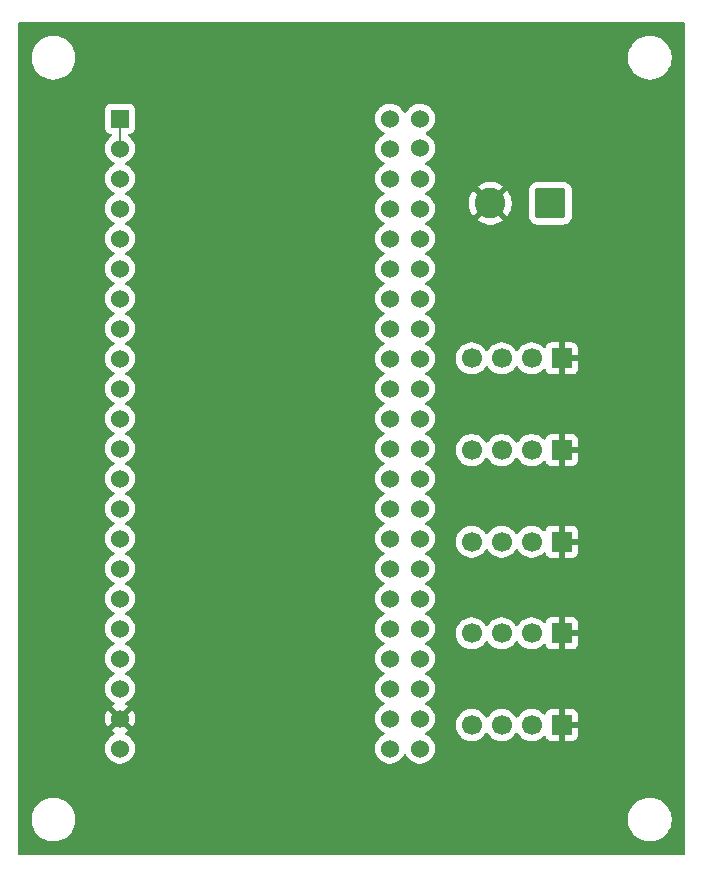
<source format=gbr>
%TF.GenerationSoftware,KiCad,Pcbnew,9.0.2*%
%TF.CreationDate,2025-08-12T13:49:35-04:00*%
%TF.ProjectId,Wireless Communication Board (WCB)V3.2,57697265-6c65-4737-9320-436f6d6d756e,rev?*%
%TF.SameCoordinates,Original*%
%TF.FileFunction,Copper,L1,Top*%
%TF.FilePolarity,Positive*%
%FSLAX46Y46*%
G04 Gerber Fmt 4.6, Leading zero omitted, Abs format (unit mm)*
G04 Created by KiCad (PCBNEW 9.0.2) date 2025-08-12 13:49:35*
%MOMM*%
%LPD*%
G01*
G04 APERTURE LIST*
G04 Aperture macros list*
%AMRoundRect*
0 Rectangle with rounded corners*
0 $1 Rounding radius*
0 $2 $3 $4 $5 $6 $7 $8 $9 X,Y pos of 4 corners*
0 Add a 4 corners polygon primitive as box body*
4,1,4,$2,$3,$4,$5,$6,$7,$8,$9,$2,$3,0*
0 Add four circle primitives for the rounded corners*
1,1,$1+$1,$2,$3*
1,1,$1+$1,$4,$5*
1,1,$1+$1,$6,$7*
1,1,$1+$1,$8,$9*
0 Add four rect primitives between the rounded corners*
20,1,$1+$1,$2,$3,$4,$5,0*
20,1,$1+$1,$4,$5,$6,$7,0*
20,1,$1+$1,$6,$7,$8,$9,0*
20,1,$1+$1,$8,$9,$2,$3,0*%
G04 Aperture macros list end*
%TA.AperFunction,ComponentPad*%
%ADD10R,1.530000X1.530000*%
%TD*%
%TA.AperFunction,ComponentPad*%
%ADD11C,1.530000*%
%TD*%
%TA.AperFunction,ComponentPad*%
%ADD12R,1.700000X1.700000*%
%TD*%
%TA.AperFunction,ComponentPad*%
%ADD13C,1.700000*%
%TD*%
%TA.AperFunction,ComponentPad*%
%ADD14RoundRect,0.250000X1.050000X1.050000X-1.050000X1.050000X-1.050000X-1.050000X1.050000X-1.050000X0*%
%TD*%
%TA.AperFunction,ComponentPad*%
%ADD15C,2.600000*%
%TD*%
%TA.AperFunction,Conductor*%
%ADD16C,0.200000*%
%TD*%
G04 APERTURE END LIST*
D10*
%TO.P,U1,J1_1,3V3*%
%TO.N,Net-(U1-3V3-PadJ1_1)*%
X145640000Y-64660000D03*
D11*
%TO.P,U1,J1_2,3V3*%
X145640000Y-67200000D03*
%TO.P,U1,J1_3,RST*%
%TO.N,unconnected-(U1-RST-PadJ1_3)*%
X145640000Y-69740000D03*
%TO.P,U1,J1_4,GPIO4*%
%TO.N,S1_TX*%
X145640000Y-72280000D03*
%TO.P,U1,J1_5,GPIO5*%
%TO.N,S1_RX*%
X145640000Y-74820000D03*
%TO.P,U1,J1_6,GPIO6*%
%TO.N,S2_TX*%
X145640000Y-77360000D03*
%TO.P,U1,J1_7,GPIO7*%
%TO.N,S2_RX*%
X145640000Y-79900000D03*
%TO.P,U1,J1_8,GPIO15*%
%TO.N,S3_TX*%
X145640000Y-82440000D03*
%TO.P,U1,J1_9,GPIO16*%
%TO.N,S3_RX*%
X145640000Y-84980000D03*
%TO.P,U1,J1_10,GPIO17*%
%TO.N,S4_TX*%
X145640000Y-87520000D03*
%TO.P,U1,J1_11,GPIO18*%
%TO.N,S4_RX*%
X145640000Y-90060000D03*
%TO.P,U1,J1_12,GPIO8*%
%TO.N,unconnected-(U1-GPIO8-PadJ1_12)*%
X145640000Y-92600000D03*
%TO.P,U1,J1_13,GPIO3*%
%TO.N,unconnected-(U1-GPIO3-PadJ1_13)*%
X145640000Y-95140000D03*
%TO.P,U1,J1_14,GPIO46*%
%TO.N,unconnected-(U1-GPIO46-PadJ1_14)*%
X145640000Y-97680000D03*
%TO.P,U1,J1_15,GPIO9*%
%TO.N,S5_TX*%
X145640000Y-100220000D03*
%TO.P,U1,J1_16,GPIO10*%
%TO.N,S5_RX*%
X145640000Y-102760000D03*
%TO.P,U1,J1_17,GPIO11*%
%TO.N,unconnected-(U1-GPIO11-PadJ1_17)*%
X145640000Y-105300000D03*
%TO.P,U1,J1_18,GPIO12*%
%TO.N,unconnected-(U1-GPIO12-PadJ1_18)*%
X145640000Y-107840000D03*
%TO.P,U1,J1_19,GPIO13*%
%TO.N,unconnected-(U1-GPIO13-PadJ1_19)*%
X145640000Y-110380000D03*
%TO.P,U1,J1_20,GPIO14*%
%TO.N,unconnected-(U1-GPIO14-PadJ1_20)*%
X145640000Y-112920000D03*
%TO.P,U1,J1_21,5V0*%
%TO.N,5V*%
X145640000Y-115460000D03*
%TO.P,U1,J1_22,GND*%
%TO.N,GND*%
X145640000Y-118000000D03*
%TO.P,U1,J3_1,GND*%
X168500000Y-64660000D03*
X171040000Y-64660000D03*
%TO.P,U1,J3_2,U0TXD/GPIO43*%
%TO.N,unconnected-(U1-U0TXD{slash}GPIO43-PadJ3_2)*%
X168500000Y-67200000D03*
X171040000Y-67170000D03*
%TO.P,U1,J3_3,U0RXD/GPIO44*%
%TO.N,unconnected-(U1-U0RXD{slash}GPIO44-PadJ3_3)*%
X168500000Y-69740000D03*
X171040000Y-69740000D03*
%TO.P,U1,J3_4,GPIO1*%
%TO.N,unconnected-(U1-GPIO1-PadJ3_4)*%
X168500000Y-72280000D03*
X171040000Y-72280000D03*
%TO.P,U1,J3_5,GPIO2*%
%TO.N,unconnected-(U1-GPIO2-PadJ3_5)*%
X168500000Y-74820000D03*
X171040000Y-74820000D03*
%TO.P,U1,J3_6,MTMS/GPIO42*%
%TO.N,unconnected-(U1-MTMS{slash}GPIO42-PadJ3_6)*%
X168500000Y-77360000D03*
X171040000Y-77360000D03*
%TO.P,U1,J3_7,MTDI/GPIO41*%
%TO.N,unconnected-(U1-MTDI{slash}GPIO41-PadJ3_7)*%
X168500000Y-79900000D03*
X171040000Y-79900000D03*
%TO.P,U1,J3_8,MTDO/GPIO40*%
%TO.N,unconnected-(U1-MTDO{slash}GPIO40-PadJ3_8)*%
X168500000Y-82440000D03*
X171040000Y-82440000D03*
%TO.P,U1,J3_9,MTCK/GPIO39*%
%TO.N,unconnected-(U1-MTCK{slash}GPIO39-PadJ3_9)*%
X168500000Y-84980000D03*
X171040000Y-84980000D03*
%TO.P,U1,J3_10,GPIO38*%
%TO.N,unconnected-(U1-GPIO38-PadJ3_10)*%
X168500000Y-87520000D03*
X171040000Y-87520000D03*
%TO.P,U1,J3_11,GPIO37*%
%TO.N,unconnected-(U1-GPIO37-PadJ3_11)*%
X168500000Y-90060000D03*
X171040000Y-90060000D03*
%TO.P,U1,J3_12,GPIO36*%
%TO.N,unconnected-(U1-GPIO36-PadJ3_12)*%
X168500000Y-92600000D03*
X171040000Y-92600000D03*
%TO.P,U1,J3_13,GPIO35*%
%TO.N,unconnected-(U1-GPIO35-PadJ3_13)*%
X168500000Y-95140000D03*
X171040000Y-95140000D03*
%TO.P,U1,J3_14,GPIO0*%
%TO.N,unconnected-(U1-GPIO0-PadJ3_14)*%
X168500000Y-97680000D03*
X171040000Y-97680000D03*
%TO.P,U1,J3_15,GPIO45*%
%TO.N,unconnected-(U1-GPIO45-PadJ3_15)*%
X168500000Y-100220000D03*
X171040000Y-100220000D03*
%TO.P,U1,J3_16,GPIO48*%
%TO.N,unconnected-(U1-GPIO48-PadJ3_16)*%
X168500000Y-102760000D03*
X171040000Y-102760000D03*
%TO.P,U1,J3_17,GPIO47*%
%TO.N,unconnected-(U1-GPIO47-PadJ3_17)*%
X168500000Y-105300000D03*
X171040000Y-105300000D03*
%TO.P,U1,J3_18,GPIO21*%
%TO.N,unconnected-(U1-GPIO21-PadJ3_18)*%
X168500000Y-107840000D03*
X171040000Y-107840000D03*
%TO.P,U1,J3_19,USB_D+/GPIO20*%
%TO.N,unconnected-(U1-USB_D+{slash}GPIO20-PadJ3_19)*%
X168500000Y-110380000D03*
X171040000Y-110380000D03*
%TO.P,U1,J3_20,USB_D-/GPIO19*%
%TO.N,unconnected-(U1-USB_D-{slash}GPIO19-PadJ3_20)*%
X168500000Y-112920000D03*
X171040000Y-112920000D03*
%TO.P,U1,J3_21,GND*%
%TO.N,GND*%
X168500000Y-115460000D03*
X171040000Y-115460000D03*
%TO.P,U1,J3_22,GND*%
X168500000Y-118000000D03*
X171040000Y-118000000D03*
%TD*%
D12*
%TO.P,J5,1,Pin_1*%
%TO.N,5V*%
X183040000Y-116000000D03*
D13*
%TO.P,J5,2,Pin_2*%
%TO.N,GND*%
X180500000Y-116000000D03*
%TO.P,J5,3,Pin_3*%
%TO.N,S5_TX*%
X177960000Y-116000000D03*
%TO.P,J5,4,Pin_4*%
%TO.N,S5_RX*%
X175420000Y-116000000D03*
%TD*%
D12*
%TO.P,J2,1,Pin_1*%
%TO.N,5V*%
X183040000Y-92720000D03*
D13*
%TO.P,J2,2,Pin_2*%
%TO.N,GND*%
X180500000Y-92720000D03*
%TO.P,J2,3,Pin_3*%
%TO.N,S2_TX*%
X177960000Y-92720000D03*
%TO.P,J2,4,Pin_4*%
%TO.N,S2_RX*%
X175420000Y-92720000D03*
%TD*%
D14*
%TO.P,J6,1,Pin_1*%
%TO.N,GND*%
X182080000Y-71827500D03*
D15*
%TO.P,J6,2,Pin_2*%
%TO.N,5V*%
X177000000Y-71827500D03*
%TD*%
D12*
%TO.P,J3,1,Pin_1*%
%TO.N,5V*%
X183040000Y-100480000D03*
D13*
%TO.P,J3,2,Pin_2*%
%TO.N,GND*%
X180500000Y-100480000D03*
%TO.P,J3,3,Pin_3*%
%TO.N,S3_TX*%
X177960000Y-100480000D03*
%TO.P,J3,4,Pin_4*%
%TO.N,S3_RX*%
X175420000Y-100480000D03*
%TD*%
D12*
%TO.P,J4,1,Pin_1*%
%TO.N,5V*%
X183040000Y-108240000D03*
D13*
%TO.P,J4,2,Pin_2*%
%TO.N,GND*%
X180500000Y-108240000D03*
%TO.P,J4,3,Pin_3*%
%TO.N,S4_TX*%
X177960000Y-108240000D03*
%TO.P,J4,4,Pin_4*%
%TO.N,S4_RX*%
X175420000Y-108240000D03*
%TD*%
D12*
%TO.P,J1,1,Pin_1*%
%TO.N,5V*%
X183040000Y-84960000D03*
D13*
%TO.P,J1,2,Pin_2*%
%TO.N,GND*%
X180500000Y-84960000D03*
%TO.P,J1,3,Pin_3*%
%TO.N,S1_TX*%
X177960000Y-84960000D03*
%TO.P,J1,4,Pin_4*%
%TO.N,S1_RX*%
X175420000Y-84960000D03*
%TD*%
D16*
%TO.N,Net-(U1-3V3-PadJ1_1)*%
X145640000Y-64660000D02*
X145640000Y-67200000D01*
%TD*%
%TA.AperFunction,Conductor*%
%TO.N,5V*%
G36*
X193442539Y-56520185D02*
G01*
X193488294Y-56572989D01*
X193499500Y-56624500D01*
X193499500Y-126875500D01*
X193479815Y-126942539D01*
X193427011Y-126988294D01*
X193375500Y-126999500D01*
X137124500Y-126999500D01*
X137057461Y-126979815D01*
X137011706Y-126927011D01*
X137000500Y-126875500D01*
X137000500Y-123878711D01*
X138149500Y-123878711D01*
X138149500Y-124121288D01*
X138181161Y-124361785D01*
X138243947Y-124596104D01*
X138336773Y-124820205D01*
X138336776Y-124820212D01*
X138458064Y-125030289D01*
X138458066Y-125030292D01*
X138458067Y-125030293D01*
X138605733Y-125222736D01*
X138605739Y-125222743D01*
X138777256Y-125394260D01*
X138777262Y-125394265D01*
X138969711Y-125541936D01*
X139179788Y-125663224D01*
X139403900Y-125756054D01*
X139638211Y-125818838D01*
X139818586Y-125842584D01*
X139878711Y-125850500D01*
X139878712Y-125850500D01*
X140121289Y-125850500D01*
X140169388Y-125844167D01*
X140361789Y-125818838D01*
X140596100Y-125756054D01*
X140820212Y-125663224D01*
X141030289Y-125541936D01*
X141222738Y-125394265D01*
X141394265Y-125222738D01*
X141541936Y-125030289D01*
X141663224Y-124820212D01*
X141756054Y-124596100D01*
X141818838Y-124361789D01*
X141850500Y-124121288D01*
X141850500Y-123878712D01*
X141850500Y-123878711D01*
X188649500Y-123878711D01*
X188649500Y-124121288D01*
X188681161Y-124361785D01*
X188743947Y-124596104D01*
X188836773Y-124820205D01*
X188836776Y-124820212D01*
X188958064Y-125030289D01*
X188958066Y-125030292D01*
X188958067Y-125030293D01*
X189105733Y-125222736D01*
X189105739Y-125222743D01*
X189277256Y-125394260D01*
X189277262Y-125394265D01*
X189469711Y-125541936D01*
X189679788Y-125663224D01*
X189903900Y-125756054D01*
X190138211Y-125818838D01*
X190318586Y-125842584D01*
X190378711Y-125850500D01*
X190378712Y-125850500D01*
X190621289Y-125850500D01*
X190669388Y-125844167D01*
X190861789Y-125818838D01*
X191096100Y-125756054D01*
X191320212Y-125663224D01*
X191530289Y-125541936D01*
X191722738Y-125394265D01*
X191894265Y-125222738D01*
X192041936Y-125030289D01*
X192163224Y-124820212D01*
X192256054Y-124596100D01*
X192318838Y-124361789D01*
X192350500Y-124121288D01*
X192350500Y-123878712D01*
X192318838Y-123638211D01*
X192256054Y-123403900D01*
X192163224Y-123179788D01*
X192041936Y-122969711D01*
X191894265Y-122777262D01*
X191894260Y-122777256D01*
X191722743Y-122605739D01*
X191722736Y-122605733D01*
X191530293Y-122458067D01*
X191530292Y-122458066D01*
X191530289Y-122458064D01*
X191320212Y-122336776D01*
X191320205Y-122336773D01*
X191096104Y-122243947D01*
X190861785Y-122181161D01*
X190621289Y-122149500D01*
X190621288Y-122149500D01*
X190378712Y-122149500D01*
X190378711Y-122149500D01*
X190138214Y-122181161D01*
X189903895Y-122243947D01*
X189679794Y-122336773D01*
X189679785Y-122336777D01*
X189469706Y-122458067D01*
X189277263Y-122605733D01*
X189277256Y-122605739D01*
X189105739Y-122777256D01*
X189105733Y-122777263D01*
X188958067Y-122969706D01*
X188836777Y-123179785D01*
X188836773Y-123179794D01*
X188743947Y-123403895D01*
X188681161Y-123638214D01*
X188649500Y-123878711D01*
X141850500Y-123878711D01*
X141818838Y-123638211D01*
X141756054Y-123403900D01*
X141663224Y-123179788D01*
X141541936Y-122969711D01*
X141394265Y-122777262D01*
X141394260Y-122777256D01*
X141222743Y-122605739D01*
X141222736Y-122605733D01*
X141030293Y-122458067D01*
X141030292Y-122458066D01*
X141030289Y-122458064D01*
X140820212Y-122336776D01*
X140820205Y-122336773D01*
X140596104Y-122243947D01*
X140361785Y-122181161D01*
X140121289Y-122149500D01*
X140121288Y-122149500D01*
X139878712Y-122149500D01*
X139878711Y-122149500D01*
X139638214Y-122181161D01*
X139403895Y-122243947D01*
X139179794Y-122336773D01*
X139179785Y-122336777D01*
X138969706Y-122458067D01*
X138777263Y-122605733D01*
X138777256Y-122605739D01*
X138605739Y-122777256D01*
X138605733Y-122777263D01*
X138458067Y-122969706D01*
X138336777Y-123179785D01*
X138336773Y-123179794D01*
X138243947Y-123403895D01*
X138181161Y-123638214D01*
X138149500Y-123878711D01*
X137000500Y-123878711D01*
X137000500Y-63847135D01*
X144374500Y-63847135D01*
X144374500Y-65472870D01*
X144374501Y-65472876D01*
X144380908Y-65532483D01*
X144431202Y-65667328D01*
X144431206Y-65667335D01*
X144517452Y-65782544D01*
X144517455Y-65782547D01*
X144632664Y-65868793D01*
X144632671Y-65868797D01*
X144677618Y-65885561D01*
X144767517Y-65919091D01*
X144827127Y-65925500D01*
X144859568Y-65925499D01*
X144926606Y-65945182D01*
X144972362Y-65997984D01*
X144982307Y-66067143D01*
X144953284Y-66130699D01*
X144932455Y-66149817D01*
X144815580Y-66234732D01*
X144674733Y-66375579D01*
X144674733Y-66375580D01*
X144674731Y-66375582D01*
X144624447Y-66444790D01*
X144557647Y-66536733D01*
X144467213Y-66714219D01*
X144405661Y-66903656D01*
X144405661Y-66903659D01*
X144374500Y-67100403D01*
X144374500Y-67299596D01*
X144405661Y-67496340D01*
X144405661Y-67496343D01*
X144467213Y-67685780D01*
X144542359Y-67833261D01*
X144557647Y-67863266D01*
X144674731Y-68024418D01*
X144815582Y-68165269D01*
X144976734Y-68282353D01*
X145046453Y-68317877D01*
X145128172Y-68359515D01*
X145178968Y-68407490D01*
X145195763Y-68475311D01*
X145173225Y-68541446D01*
X145128172Y-68580485D01*
X144976733Y-68657647D01*
X144884790Y-68724447D01*
X144815582Y-68774731D01*
X144815580Y-68774733D01*
X144815579Y-68774733D01*
X144674733Y-68915579D01*
X144674733Y-68915580D01*
X144674731Y-68915582D01*
X144624447Y-68984790D01*
X144557647Y-69076733D01*
X144467213Y-69254219D01*
X144405661Y-69443656D01*
X144405661Y-69443659D01*
X144374500Y-69640403D01*
X144374500Y-69839596D01*
X144405661Y-70036340D01*
X144405661Y-70036343D01*
X144467213Y-70225780D01*
X144519116Y-70327644D01*
X144557647Y-70403266D01*
X144674731Y-70564418D01*
X144815582Y-70705269D01*
X144976734Y-70822353D01*
X145046453Y-70857877D01*
X145128172Y-70899515D01*
X145178968Y-70947490D01*
X145195763Y-71015311D01*
X145173225Y-71081446D01*
X145128172Y-71120485D01*
X144976733Y-71197647D01*
X144907894Y-71247662D01*
X144815582Y-71314731D01*
X144815580Y-71314733D01*
X144815579Y-71314733D01*
X144674733Y-71455579D01*
X144674733Y-71455580D01*
X144674731Y-71455582D01*
X144661389Y-71473946D01*
X144557647Y-71616733D01*
X144467213Y-71794219D01*
X144405661Y-71983656D01*
X144405661Y-71983659D01*
X144374500Y-72180403D01*
X144374500Y-72379596D01*
X144405661Y-72576340D01*
X144405661Y-72576343D01*
X144467213Y-72765780D01*
X144541320Y-72911223D01*
X144557647Y-72943266D01*
X144674731Y-73104418D01*
X144815582Y-73245269D01*
X144976734Y-73362353D01*
X145046453Y-73397877D01*
X145128172Y-73439515D01*
X145178968Y-73487490D01*
X145195763Y-73555311D01*
X145173225Y-73621446D01*
X145128172Y-73660485D01*
X144976733Y-73737647D01*
X144884790Y-73804447D01*
X144815582Y-73854731D01*
X144815580Y-73854733D01*
X144815579Y-73854733D01*
X144674733Y-73995579D01*
X144674733Y-73995580D01*
X144674731Y-73995582D01*
X144624447Y-74064790D01*
X144557647Y-74156733D01*
X144467213Y-74334219D01*
X144405661Y-74523656D01*
X144405661Y-74523659D01*
X144374500Y-74720403D01*
X144374500Y-74919596D01*
X144405661Y-75116340D01*
X144405661Y-75116343D01*
X144467213Y-75305780D01*
X144467215Y-75305783D01*
X144557647Y-75483266D01*
X144674731Y-75644418D01*
X144815582Y-75785269D01*
X144976734Y-75902353D01*
X145046453Y-75937877D01*
X145128172Y-75979515D01*
X145178968Y-76027490D01*
X145195763Y-76095311D01*
X145173225Y-76161446D01*
X145128172Y-76200485D01*
X144976733Y-76277647D01*
X144884790Y-76344447D01*
X144815582Y-76394731D01*
X144815580Y-76394733D01*
X144815579Y-76394733D01*
X144674733Y-76535579D01*
X144674733Y-76535580D01*
X144674731Y-76535582D01*
X144624447Y-76604790D01*
X144557647Y-76696733D01*
X144467213Y-76874219D01*
X144405661Y-77063656D01*
X144405661Y-77063659D01*
X144374500Y-77260403D01*
X144374500Y-77459596D01*
X144405661Y-77656340D01*
X144405661Y-77656343D01*
X144467213Y-77845780D01*
X144480485Y-77871827D01*
X144557647Y-78023266D01*
X144674731Y-78184418D01*
X144815582Y-78325269D01*
X144976734Y-78442353D01*
X145046453Y-78477877D01*
X145128172Y-78519515D01*
X145178968Y-78567490D01*
X145195763Y-78635311D01*
X145173225Y-78701446D01*
X145128172Y-78740485D01*
X144976733Y-78817647D01*
X144884790Y-78884447D01*
X144815582Y-78934731D01*
X144815580Y-78934733D01*
X144815579Y-78934733D01*
X144674733Y-79075579D01*
X144674733Y-79075580D01*
X144674731Y-79075582D01*
X144624447Y-79144790D01*
X144557647Y-79236733D01*
X144467213Y-79414219D01*
X144405661Y-79603656D01*
X144405661Y-79603659D01*
X144374500Y-79800403D01*
X144374500Y-79999596D01*
X144405661Y-80196340D01*
X144405661Y-80196343D01*
X144467213Y-80385780D01*
X144467215Y-80385783D01*
X144557647Y-80563266D01*
X144674731Y-80724418D01*
X144815582Y-80865269D01*
X144976734Y-80982353D01*
X145046453Y-81017877D01*
X145128172Y-81059515D01*
X145178968Y-81107490D01*
X145195763Y-81175311D01*
X145173225Y-81241446D01*
X145128172Y-81280485D01*
X144976733Y-81357647D01*
X144884790Y-81424447D01*
X144815582Y-81474731D01*
X144815580Y-81474733D01*
X144815579Y-81474733D01*
X144674733Y-81615579D01*
X144674733Y-81615580D01*
X144674731Y-81615582D01*
X144624447Y-81684790D01*
X144557647Y-81776733D01*
X144467213Y-81954219D01*
X144405661Y-82143656D01*
X144405661Y-82143659D01*
X144374500Y-82340403D01*
X144374500Y-82539596D01*
X144405661Y-82736340D01*
X144405661Y-82736343D01*
X144467213Y-82925780D01*
X144480485Y-82951827D01*
X144557647Y-83103266D01*
X144674731Y-83264418D01*
X144815582Y-83405269D01*
X144976734Y-83522353D01*
X145046453Y-83557877D01*
X145128172Y-83599515D01*
X145178968Y-83647490D01*
X145195763Y-83715311D01*
X145173225Y-83781446D01*
X145128172Y-83820485D01*
X144976733Y-83897647D01*
X144932355Y-83929890D01*
X144815582Y-84014731D01*
X144815580Y-84014733D01*
X144815579Y-84014733D01*
X144674733Y-84155579D01*
X144674733Y-84155580D01*
X144674731Y-84155582D01*
X144624447Y-84224790D01*
X144557647Y-84316733D01*
X144467213Y-84494219D01*
X144405661Y-84683656D01*
X144405661Y-84683659D01*
X144374500Y-84880403D01*
X144374500Y-85079596D01*
X144405661Y-85276340D01*
X144405661Y-85276343D01*
X144467213Y-85465780D01*
X144480485Y-85491827D01*
X144557647Y-85643266D01*
X144674731Y-85804418D01*
X144815582Y-85945269D01*
X144976734Y-86062353D01*
X145046453Y-86097877D01*
X145128172Y-86139515D01*
X145178968Y-86187490D01*
X145195763Y-86255311D01*
X145173225Y-86321446D01*
X145128172Y-86360485D01*
X144976733Y-86437647D01*
X144884790Y-86504447D01*
X144815582Y-86554731D01*
X144815580Y-86554733D01*
X144815579Y-86554733D01*
X144674733Y-86695579D01*
X144674733Y-86695580D01*
X144674731Y-86695582D01*
X144624447Y-86764790D01*
X144557647Y-86856733D01*
X144467213Y-87034219D01*
X144405661Y-87223656D01*
X144405661Y-87223659D01*
X144374500Y-87420403D01*
X144374500Y-87619596D01*
X144405661Y-87816340D01*
X144405661Y-87816343D01*
X144467213Y-88005780D01*
X144480485Y-88031827D01*
X144557647Y-88183266D01*
X144674731Y-88344418D01*
X144815582Y-88485269D01*
X144976734Y-88602353D01*
X145046453Y-88637877D01*
X145128172Y-88679515D01*
X145178968Y-88727490D01*
X145195763Y-88795311D01*
X145173225Y-88861446D01*
X145128172Y-88900485D01*
X144976733Y-88977647D01*
X144884790Y-89044447D01*
X144815582Y-89094731D01*
X144815580Y-89094733D01*
X144815579Y-89094733D01*
X144674733Y-89235579D01*
X144674733Y-89235580D01*
X144674731Y-89235582D01*
X144624447Y-89304790D01*
X144557647Y-89396733D01*
X144467213Y-89574219D01*
X144405661Y-89763656D01*
X144405661Y-89763659D01*
X144374500Y-89960403D01*
X144374500Y-90159596D01*
X144405661Y-90356340D01*
X144405661Y-90356343D01*
X144467213Y-90545780D01*
X144467215Y-90545783D01*
X144557647Y-90723266D01*
X144674731Y-90884418D01*
X144815582Y-91025269D01*
X144976734Y-91142353D01*
X145046453Y-91177877D01*
X145128172Y-91219515D01*
X145178968Y-91267490D01*
X145195763Y-91335311D01*
X145173225Y-91401446D01*
X145128172Y-91440485D01*
X144976733Y-91517647D01*
X144884790Y-91584447D01*
X144815582Y-91634731D01*
X144815580Y-91634733D01*
X144815579Y-91634733D01*
X144674733Y-91775579D01*
X144674733Y-91775580D01*
X144674731Y-91775582D01*
X144645799Y-91815404D01*
X144557647Y-91936733D01*
X144467213Y-92114219D01*
X144405661Y-92303656D01*
X144405661Y-92303659D01*
X144374500Y-92500403D01*
X144374500Y-92699596D01*
X144405661Y-92896340D01*
X144405661Y-92896343D01*
X144467213Y-93085780D01*
X144518240Y-93185925D01*
X144557647Y-93263266D01*
X144674731Y-93424418D01*
X144815582Y-93565269D01*
X144976734Y-93682353D01*
X145046453Y-93717877D01*
X145128172Y-93759515D01*
X145178968Y-93807490D01*
X145195763Y-93875311D01*
X145173225Y-93941446D01*
X145128172Y-93980485D01*
X144976733Y-94057647D01*
X144959043Y-94070500D01*
X144815582Y-94174731D01*
X144815580Y-94174733D01*
X144815579Y-94174733D01*
X144674733Y-94315579D01*
X144674733Y-94315580D01*
X144674731Y-94315582D01*
X144624447Y-94384790D01*
X144557647Y-94476733D01*
X144467213Y-94654219D01*
X144405661Y-94843656D01*
X144405661Y-94843659D01*
X144374500Y-95040403D01*
X144374500Y-95239596D01*
X144405661Y-95436340D01*
X144405661Y-95436343D01*
X144467213Y-95625780D01*
X144467215Y-95625783D01*
X144557647Y-95803266D01*
X144674731Y-95964418D01*
X144815582Y-96105269D01*
X144976734Y-96222353D01*
X145046453Y-96257877D01*
X145128172Y-96299515D01*
X145178968Y-96347490D01*
X145195763Y-96415311D01*
X145173225Y-96481446D01*
X145128172Y-96520485D01*
X144976733Y-96597647D01*
X144884790Y-96664447D01*
X144815582Y-96714731D01*
X144815580Y-96714733D01*
X144815579Y-96714733D01*
X144674733Y-96855579D01*
X144674733Y-96855580D01*
X144674731Y-96855582D01*
X144624447Y-96924790D01*
X144557647Y-97016733D01*
X144467213Y-97194219D01*
X144405661Y-97383656D01*
X144405661Y-97383659D01*
X144374500Y-97580403D01*
X144374500Y-97779596D01*
X144405661Y-97976340D01*
X144405661Y-97976343D01*
X144467213Y-98165780D01*
X144480485Y-98191827D01*
X144557647Y-98343266D01*
X144674731Y-98504418D01*
X144815582Y-98645269D01*
X144976734Y-98762353D01*
X145046453Y-98797877D01*
X145128172Y-98839515D01*
X145178968Y-98887490D01*
X145195763Y-98955311D01*
X145173225Y-99021446D01*
X145128172Y-99060485D01*
X144976733Y-99137647D01*
X144884790Y-99204447D01*
X144815582Y-99254731D01*
X144815580Y-99254733D01*
X144815579Y-99254733D01*
X144674733Y-99395579D01*
X144674733Y-99395580D01*
X144674731Y-99395582D01*
X144624447Y-99464790D01*
X144557647Y-99556733D01*
X144467213Y-99734219D01*
X144405661Y-99923656D01*
X144405661Y-99923659D01*
X144374500Y-100120403D01*
X144374500Y-100319596D01*
X144405661Y-100516340D01*
X144405661Y-100516343D01*
X144467213Y-100705780D01*
X144556033Y-100880099D01*
X144557647Y-100883266D01*
X144674731Y-101044418D01*
X144815582Y-101185269D01*
X144976734Y-101302353D01*
X145046453Y-101337877D01*
X145128172Y-101379515D01*
X145178968Y-101427490D01*
X145195763Y-101495311D01*
X145173225Y-101561446D01*
X145128172Y-101600485D01*
X144976733Y-101677647D01*
X144902536Y-101731555D01*
X144815582Y-101794731D01*
X144815580Y-101794733D01*
X144815579Y-101794733D01*
X144674733Y-101935579D01*
X144674733Y-101935580D01*
X144674731Y-101935582D01*
X144624447Y-102004790D01*
X144557647Y-102096733D01*
X144467213Y-102274219D01*
X144405661Y-102463656D01*
X144405661Y-102463659D01*
X144374500Y-102660403D01*
X144374500Y-102859596D01*
X144405661Y-103056340D01*
X144405661Y-103056343D01*
X144467213Y-103245780D01*
X144480485Y-103271827D01*
X144557647Y-103423266D01*
X144674731Y-103584418D01*
X144815582Y-103725269D01*
X144976734Y-103842353D01*
X145046453Y-103877877D01*
X145128172Y-103919515D01*
X145178968Y-103967490D01*
X145195763Y-104035311D01*
X145173225Y-104101446D01*
X145128172Y-104140485D01*
X144976733Y-104217647D01*
X144884790Y-104284447D01*
X144815582Y-104334731D01*
X144815580Y-104334733D01*
X144815579Y-104334733D01*
X144674733Y-104475579D01*
X144674733Y-104475580D01*
X144674731Y-104475582D01*
X144624447Y-104544790D01*
X144557647Y-104636733D01*
X144467213Y-104814219D01*
X144405661Y-105003656D01*
X144405661Y-105003659D01*
X144374500Y-105200403D01*
X144374500Y-105399596D01*
X144405661Y-105596340D01*
X144405661Y-105596343D01*
X144467213Y-105785780D01*
X144467215Y-105785783D01*
X144557647Y-105963266D01*
X144674731Y-106124418D01*
X144815582Y-106265269D01*
X144976734Y-106382353D01*
X145046453Y-106417877D01*
X145128172Y-106459515D01*
X145178968Y-106507490D01*
X145195763Y-106575311D01*
X145173225Y-106641446D01*
X145128172Y-106680485D01*
X144976733Y-106757647D01*
X144884790Y-106824447D01*
X144815582Y-106874731D01*
X144815580Y-106874733D01*
X144815579Y-106874733D01*
X144674733Y-107015579D01*
X144674733Y-107015580D01*
X144674731Y-107015582D01*
X144662215Y-107032809D01*
X144557647Y-107176733D01*
X144467213Y-107354219D01*
X144405661Y-107543656D01*
X144405661Y-107543659D01*
X144374500Y-107740403D01*
X144374500Y-107939596D01*
X144405661Y-108136340D01*
X144405661Y-108136343D01*
X144467213Y-108325780D01*
X144477662Y-108346287D01*
X144557647Y-108503266D01*
X144674731Y-108664418D01*
X144815582Y-108805269D01*
X144976734Y-108922353D01*
X145009516Y-108939056D01*
X145128172Y-108999515D01*
X145178968Y-109047490D01*
X145195763Y-109115311D01*
X145173225Y-109181446D01*
X145128172Y-109220485D01*
X144976733Y-109297647D01*
X144929330Y-109332088D01*
X144815582Y-109414731D01*
X144815580Y-109414733D01*
X144815579Y-109414733D01*
X144674733Y-109555579D01*
X144674733Y-109555580D01*
X144674731Y-109555582D01*
X144654378Y-109583596D01*
X144557647Y-109716733D01*
X144467213Y-109894219D01*
X144405661Y-110083656D01*
X144405661Y-110083659D01*
X144374500Y-110280403D01*
X144374500Y-110479596D01*
X144405661Y-110676340D01*
X144405661Y-110676343D01*
X144467213Y-110865780D01*
X144467215Y-110865783D01*
X144557647Y-111043266D01*
X144674731Y-111204418D01*
X144815582Y-111345269D01*
X144976734Y-111462353D01*
X145046453Y-111497877D01*
X145128172Y-111539515D01*
X145178968Y-111587490D01*
X145195763Y-111655311D01*
X145173225Y-111721446D01*
X145128172Y-111760485D01*
X144976733Y-111837647D01*
X144884790Y-111904447D01*
X144815582Y-111954731D01*
X144815580Y-111954733D01*
X144815579Y-111954733D01*
X144674733Y-112095579D01*
X144674733Y-112095580D01*
X144674731Y-112095582D01*
X144624447Y-112164790D01*
X144557647Y-112256733D01*
X144467213Y-112434219D01*
X144405661Y-112623656D01*
X144405661Y-112623659D01*
X144374500Y-112820403D01*
X144374500Y-113019596D01*
X144405661Y-113216340D01*
X144405661Y-113216343D01*
X144467213Y-113405780D01*
X144480485Y-113431827D01*
X144557647Y-113583266D01*
X144674731Y-113744418D01*
X144815582Y-113885269D01*
X144976734Y-114002353D01*
X145066909Y-114048299D01*
X145128722Y-114079795D01*
X145179518Y-114127770D01*
X145196313Y-114195591D01*
X145173776Y-114261726D01*
X145128723Y-114300764D01*
X144976993Y-114378075D01*
X144939135Y-114405580D01*
X144939135Y-114405581D01*
X145502425Y-114968871D01*
X145443147Y-114984755D01*
X145326853Y-115051898D01*
X145231898Y-115146853D01*
X145164755Y-115263147D01*
X145148871Y-115322425D01*
X144585581Y-114759135D01*
X144585580Y-114759135D01*
X144558077Y-114796990D01*
X144467679Y-114974405D01*
X144406147Y-115163777D01*
X144375000Y-115360436D01*
X144375000Y-115559563D01*
X144406147Y-115756222D01*
X144467679Y-115945594D01*
X144558077Y-116123008D01*
X144585580Y-116160863D01*
X144585581Y-116160864D01*
X145148871Y-115597574D01*
X145164755Y-115656853D01*
X145231898Y-115773147D01*
X145326853Y-115868102D01*
X145443147Y-115935245D01*
X145502425Y-115951128D01*
X144939134Y-116514417D01*
X144976994Y-116541924D01*
X145128722Y-116619234D01*
X145179518Y-116667209D01*
X145196313Y-116735030D01*
X145173776Y-116801165D01*
X145128723Y-116840203D01*
X144976735Y-116917645D01*
X144917713Y-116960528D01*
X144815582Y-117034731D01*
X144815580Y-117034733D01*
X144815579Y-117034733D01*
X144674733Y-117175579D01*
X144674733Y-117175580D01*
X144674731Y-117175582D01*
X144624447Y-117244790D01*
X144557647Y-117336733D01*
X144467213Y-117514219D01*
X144405661Y-117703656D01*
X144405661Y-117703659D01*
X144374500Y-117900403D01*
X144374500Y-118099596D01*
X144405661Y-118296340D01*
X144405661Y-118296343D01*
X144467213Y-118485780D01*
X144467215Y-118485783D01*
X144557647Y-118663266D01*
X144674731Y-118824418D01*
X144815582Y-118965269D01*
X144976734Y-119082353D01*
X145154217Y-119172785D01*
X145154219Y-119172786D01*
X145343657Y-119234338D01*
X145343658Y-119234338D01*
X145343661Y-119234339D01*
X145540403Y-119265500D01*
X145540404Y-119265500D01*
X145739596Y-119265500D01*
X145739597Y-119265500D01*
X145936339Y-119234339D01*
X145936342Y-119234338D01*
X145936343Y-119234338D01*
X146125780Y-119172786D01*
X146125780Y-119172785D01*
X146125783Y-119172785D01*
X146303266Y-119082353D01*
X146464418Y-118965269D01*
X146605269Y-118824418D01*
X146722353Y-118663266D01*
X146812785Y-118485783D01*
X146820827Y-118461031D01*
X146874338Y-118296343D01*
X146874338Y-118296342D01*
X146874339Y-118296339D01*
X146905500Y-118099597D01*
X146905500Y-117900403D01*
X146874339Y-117703661D01*
X146874338Y-117703657D01*
X146874338Y-117703656D01*
X146812786Y-117514219D01*
X146729112Y-117350000D01*
X146722353Y-117336734D01*
X146605269Y-117175582D01*
X146464418Y-117034731D01*
X146303266Y-116917647D01*
X146300389Y-116916181D01*
X146151277Y-116840204D01*
X146100481Y-116792229D01*
X146083686Y-116724408D01*
X146106224Y-116658273D01*
X146151277Y-116619234D01*
X146303005Y-116541924D01*
X146340863Y-116514418D01*
X146340863Y-116514417D01*
X145777574Y-115951128D01*
X145836853Y-115935245D01*
X145953147Y-115868102D01*
X146048102Y-115773147D01*
X146115245Y-115656853D01*
X146131128Y-115597574D01*
X146694417Y-116160863D01*
X146694418Y-116160863D01*
X146721924Y-116123005D01*
X146812320Y-115945594D01*
X146873852Y-115756222D01*
X146905000Y-115559563D01*
X146905000Y-115360436D01*
X146873852Y-115163777D01*
X146812320Y-114974405D01*
X146721924Y-114796994D01*
X146694417Y-114759135D01*
X146694417Y-114759134D01*
X146131128Y-115322424D01*
X146115245Y-115263147D01*
X146048102Y-115146853D01*
X145953147Y-115051898D01*
X145836853Y-114984755D01*
X145777574Y-114968871D01*
X146340864Y-114405581D01*
X146340863Y-114405580D01*
X146303008Y-114378077D01*
X146151277Y-114300765D01*
X146100481Y-114252790D01*
X146083686Y-114184969D01*
X146106224Y-114118834D01*
X146151277Y-114079795D01*
X146151827Y-114079515D01*
X146303266Y-114002353D01*
X146464418Y-113885269D01*
X146605269Y-113744418D01*
X146722353Y-113583266D01*
X146812785Y-113405783D01*
X146825140Y-113367758D01*
X146874338Y-113216343D01*
X146874338Y-113216342D01*
X146874339Y-113216339D01*
X146905500Y-113019597D01*
X146905500Y-112820403D01*
X146874339Y-112623661D01*
X146874338Y-112623657D01*
X146874338Y-112623656D01*
X146812786Y-112434219D01*
X146722352Y-112256733D01*
X146605269Y-112095582D01*
X146464418Y-111954731D01*
X146303266Y-111837647D01*
X146151827Y-111760485D01*
X146101031Y-111712510D01*
X146084236Y-111644689D01*
X146106773Y-111578554D01*
X146151827Y-111539515D01*
X146161116Y-111534781D01*
X146303266Y-111462353D01*
X146464418Y-111345269D01*
X146605269Y-111204418D01*
X146722353Y-111043266D01*
X146812785Y-110865783D01*
X146820827Y-110841031D01*
X146874338Y-110676343D01*
X146874338Y-110676342D01*
X146874339Y-110676339D01*
X146905500Y-110479597D01*
X146905500Y-110280403D01*
X146874339Y-110083661D01*
X146874338Y-110083657D01*
X146874338Y-110083656D01*
X146812786Y-109894219D01*
X146722352Y-109716733D01*
X146605269Y-109555582D01*
X146464418Y-109414731D01*
X146303266Y-109297647D01*
X146151827Y-109220485D01*
X146101031Y-109172510D01*
X146084236Y-109104689D01*
X146106773Y-109038554D01*
X146151827Y-108999515D01*
X146161116Y-108994781D01*
X146303266Y-108922353D01*
X146464418Y-108805269D01*
X146605269Y-108664418D01*
X146722353Y-108503266D01*
X146812785Y-108325783D01*
X146825140Y-108287758D01*
X146874338Y-108136343D01*
X146874338Y-108136342D01*
X146874339Y-108136339D01*
X146905500Y-107939597D01*
X146905500Y-107740403D01*
X146874339Y-107543661D01*
X146874338Y-107543657D01*
X146874338Y-107543656D01*
X146812786Y-107354219D01*
X146776308Y-107282627D01*
X146722353Y-107176734D01*
X146605269Y-107015582D01*
X146464418Y-106874731D01*
X146303266Y-106757647D01*
X146151827Y-106680485D01*
X146101031Y-106632510D01*
X146084236Y-106564689D01*
X146106773Y-106498554D01*
X146151827Y-106459515D01*
X146161116Y-106454781D01*
X146303266Y-106382353D01*
X146464418Y-106265269D01*
X146605269Y-106124418D01*
X146722353Y-105963266D01*
X146812785Y-105785783D01*
X146820827Y-105761031D01*
X146874338Y-105596343D01*
X146874338Y-105596342D01*
X146874339Y-105596339D01*
X146905500Y-105399597D01*
X146905500Y-105200403D01*
X146874339Y-105003661D01*
X146874338Y-105003657D01*
X146874338Y-105003656D01*
X146812786Y-104814219D01*
X146722352Y-104636733D01*
X146605269Y-104475582D01*
X146464418Y-104334731D01*
X146303266Y-104217647D01*
X146151827Y-104140485D01*
X146101031Y-104092510D01*
X146084236Y-104024689D01*
X146106773Y-103958554D01*
X146151827Y-103919515D01*
X146161116Y-103914781D01*
X146303266Y-103842353D01*
X146464418Y-103725269D01*
X146605269Y-103584418D01*
X146722353Y-103423266D01*
X146812785Y-103245783D01*
X146825140Y-103207758D01*
X146874338Y-103056343D01*
X146874338Y-103056342D01*
X146874339Y-103056339D01*
X146905500Y-102859597D01*
X146905500Y-102660403D01*
X146874339Y-102463661D01*
X146874338Y-102463657D01*
X146874338Y-102463656D01*
X146812786Y-102274219D01*
X146722352Y-102096733D01*
X146605269Y-101935582D01*
X146464418Y-101794731D01*
X146303266Y-101677647D01*
X146151827Y-101600485D01*
X146101031Y-101552510D01*
X146084236Y-101484689D01*
X146106773Y-101418554D01*
X146151827Y-101379515D01*
X146190547Y-101359786D01*
X146303266Y-101302353D01*
X146464418Y-101185269D01*
X146605269Y-101044418D01*
X146722353Y-100883266D01*
X146812785Y-100705783D01*
X146823439Y-100672993D01*
X146874338Y-100516343D01*
X146874338Y-100516342D01*
X146874339Y-100516339D01*
X146905500Y-100319597D01*
X146905500Y-100120403D01*
X146874339Y-99923661D01*
X146874338Y-99923657D01*
X146874338Y-99923656D01*
X146812786Y-99734219D01*
X146799514Y-99708172D01*
X146722353Y-99556734D01*
X146605269Y-99395582D01*
X146464418Y-99254731D01*
X146303266Y-99137647D01*
X146151827Y-99060485D01*
X146101031Y-99012510D01*
X146084236Y-98944689D01*
X146106773Y-98878554D01*
X146151827Y-98839515D01*
X146161116Y-98834781D01*
X146303266Y-98762353D01*
X146464418Y-98645269D01*
X146605269Y-98504418D01*
X146722353Y-98343266D01*
X146812785Y-98165783D01*
X146825140Y-98127758D01*
X146874338Y-97976343D01*
X146874338Y-97976342D01*
X146874339Y-97976339D01*
X146905500Y-97779597D01*
X146905500Y-97580403D01*
X146874339Y-97383661D01*
X146874338Y-97383657D01*
X146874338Y-97383656D01*
X146812786Y-97194219D01*
X146722352Y-97016733D01*
X146605269Y-96855582D01*
X146464418Y-96714731D01*
X146303266Y-96597647D01*
X146151827Y-96520485D01*
X146101031Y-96472510D01*
X146084236Y-96404689D01*
X146106773Y-96338554D01*
X146151827Y-96299515D01*
X146161116Y-96294781D01*
X146303266Y-96222353D01*
X146464418Y-96105269D01*
X146605269Y-95964418D01*
X146722353Y-95803266D01*
X146812785Y-95625783D01*
X146820827Y-95601031D01*
X146874338Y-95436343D01*
X146874338Y-95436342D01*
X146874339Y-95436339D01*
X146905500Y-95239597D01*
X146905500Y-95040403D01*
X146874339Y-94843661D01*
X146874338Y-94843657D01*
X146874338Y-94843656D01*
X146812786Y-94654219D01*
X146722352Y-94476733D01*
X146605269Y-94315582D01*
X146464418Y-94174731D01*
X146303266Y-94057647D01*
X146151827Y-93980485D01*
X146101031Y-93932510D01*
X146084236Y-93864689D01*
X146106773Y-93798554D01*
X146151827Y-93759515D01*
X146170297Y-93750104D01*
X146303266Y-93682353D01*
X146464418Y-93565269D01*
X146605269Y-93424418D01*
X146722353Y-93263266D01*
X146812785Y-93085783D01*
X146825140Y-93047758D01*
X146874338Y-92896343D01*
X146874338Y-92896342D01*
X146874339Y-92896339D01*
X146905500Y-92699597D01*
X146905500Y-92500403D01*
X146874339Y-92303661D01*
X146874338Y-92303657D01*
X146874338Y-92303656D01*
X146812786Y-92114219D01*
X146765261Y-92020946D01*
X146722353Y-91936734D01*
X146605269Y-91775582D01*
X146464418Y-91634731D01*
X146303266Y-91517647D01*
X146151827Y-91440485D01*
X146101031Y-91392510D01*
X146084236Y-91324689D01*
X146106773Y-91258554D01*
X146151827Y-91219515D01*
X146161116Y-91214781D01*
X146303266Y-91142353D01*
X146464418Y-91025269D01*
X146605269Y-90884418D01*
X146722353Y-90723266D01*
X146812785Y-90545783D01*
X146820827Y-90521031D01*
X146874338Y-90356343D01*
X146874338Y-90356342D01*
X146874339Y-90356339D01*
X146905500Y-90159597D01*
X146905500Y-89960403D01*
X146874339Y-89763661D01*
X146874338Y-89763657D01*
X146874338Y-89763656D01*
X146812786Y-89574219D01*
X146722352Y-89396733D01*
X146605269Y-89235582D01*
X146464418Y-89094731D01*
X146303266Y-88977647D01*
X146151827Y-88900485D01*
X146101031Y-88852510D01*
X146084236Y-88784689D01*
X146106773Y-88718554D01*
X146151827Y-88679515D01*
X146161116Y-88674781D01*
X146303266Y-88602353D01*
X146464418Y-88485269D01*
X146605269Y-88344418D01*
X146722353Y-88183266D01*
X146812785Y-88005783D01*
X146825140Y-87967758D01*
X146874338Y-87816343D01*
X146874338Y-87816342D01*
X146874339Y-87816339D01*
X146905500Y-87619597D01*
X146905500Y-87420403D01*
X146874339Y-87223661D01*
X146874338Y-87223657D01*
X146874338Y-87223656D01*
X146812786Y-87034219D01*
X146722352Y-86856733D01*
X146605269Y-86695582D01*
X146464418Y-86554731D01*
X146303266Y-86437647D01*
X146151827Y-86360485D01*
X146101031Y-86312510D01*
X146084236Y-86244689D01*
X146106773Y-86178554D01*
X146151827Y-86139515D01*
X146199846Y-86115048D01*
X146303266Y-86062353D01*
X146464418Y-85945269D01*
X146605269Y-85804418D01*
X146722353Y-85643266D01*
X146812785Y-85465783D01*
X146825736Y-85425925D01*
X146874338Y-85276343D01*
X146874338Y-85276342D01*
X146874339Y-85276339D01*
X146905500Y-85079597D01*
X146905500Y-84880403D01*
X146874339Y-84683661D01*
X146874338Y-84683657D01*
X146874338Y-84683656D01*
X146812786Y-84494219D01*
X146799514Y-84468172D01*
X146722353Y-84316734D01*
X146605269Y-84155582D01*
X146464418Y-84014731D01*
X146303266Y-83897647D01*
X146151827Y-83820485D01*
X146101031Y-83772510D01*
X146084236Y-83704689D01*
X146106773Y-83638554D01*
X146151827Y-83599515D01*
X146161116Y-83594781D01*
X146303266Y-83522353D01*
X146464418Y-83405269D01*
X146605269Y-83264418D01*
X146722353Y-83103266D01*
X146812785Y-82925783D01*
X146825140Y-82887758D01*
X146874338Y-82736343D01*
X146874338Y-82736342D01*
X146874339Y-82736339D01*
X146905500Y-82539597D01*
X146905500Y-82340403D01*
X146874339Y-82143661D01*
X146874338Y-82143657D01*
X146874338Y-82143656D01*
X146812786Y-81954219D01*
X146722352Y-81776733D01*
X146605269Y-81615582D01*
X146464418Y-81474731D01*
X146303266Y-81357647D01*
X146151827Y-81280485D01*
X146101031Y-81232510D01*
X146084236Y-81164689D01*
X146106773Y-81098554D01*
X146151827Y-81059515D01*
X146161116Y-81054781D01*
X146303266Y-80982353D01*
X146464418Y-80865269D01*
X146605269Y-80724418D01*
X146722353Y-80563266D01*
X146812785Y-80385783D01*
X146820827Y-80361031D01*
X146874338Y-80196343D01*
X146874338Y-80196342D01*
X146874339Y-80196339D01*
X146905500Y-79999597D01*
X146905500Y-79800403D01*
X146874339Y-79603661D01*
X146874338Y-79603657D01*
X146874338Y-79603656D01*
X146812786Y-79414219D01*
X146722352Y-79236733D01*
X146605269Y-79075582D01*
X146464418Y-78934731D01*
X146303266Y-78817647D01*
X146151827Y-78740485D01*
X146101031Y-78692510D01*
X146084236Y-78624689D01*
X146106773Y-78558554D01*
X146151827Y-78519515D01*
X146161116Y-78514781D01*
X146303266Y-78442353D01*
X146464418Y-78325269D01*
X146605269Y-78184418D01*
X146722353Y-78023266D01*
X146812785Y-77845783D01*
X146825140Y-77807758D01*
X146874338Y-77656343D01*
X146874338Y-77656342D01*
X146874339Y-77656339D01*
X146905500Y-77459597D01*
X146905500Y-77260403D01*
X146874339Y-77063661D01*
X146874338Y-77063657D01*
X146874338Y-77063656D01*
X146812786Y-76874219D01*
X146722352Y-76696733D01*
X146605269Y-76535582D01*
X146464418Y-76394731D01*
X146303266Y-76277647D01*
X146151827Y-76200485D01*
X146101031Y-76152510D01*
X146084236Y-76084689D01*
X146106773Y-76018554D01*
X146151827Y-75979515D01*
X146161116Y-75974781D01*
X146303266Y-75902353D01*
X146464418Y-75785269D01*
X146605269Y-75644418D01*
X146722353Y-75483266D01*
X146812785Y-75305783D01*
X146820827Y-75281031D01*
X146874338Y-75116343D01*
X146874338Y-75116342D01*
X146874339Y-75116339D01*
X146905500Y-74919597D01*
X146905500Y-74720403D01*
X146874339Y-74523661D01*
X146874338Y-74523657D01*
X146874338Y-74523656D01*
X146812786Y-74334219D01*
X146722352Y-74156733D01*
X146605269Y-73995582D01*
X146464418Y-73854731D01*
X146303266Y-73737647D01*
X146151827Y-73660485D01*
X146101031Y-73612510D01*
X146084236Y-73544689D01*
X146106773Y-73478554D01*
X146151827Y-73439515D01*
X146161116Y-73434781D01*
X146303266Y-73362353D01*
X146464418Y-73245269D01*
X146605269Y-73104418D01*
X146722353Y-72943266D01*
X146812785Y-72765783D01*
X146825140Y-72727758D01*
X146874338Y-72576343D01*
X146874338Y-72576342D01*
X146874339Y-72576339D01*
X146905500Y-72379597D01*
X146905500Y-72180403D01*
X146874339Y-71983661D01*
X146874338Y-71983657D01*
X146874338Y-71983656D01*
X146812786Y-71794219D01*
X146769634Y-71709528D01*
X146722353Y-71616734D01*
X146605269Y-71455582D01*
X146464418Y-71314731D01*
X146303266Y-71197647D01*
X146151827Y-71120485D01*
X146101031Y-71072510D01*
X146084236Y-71004689D01*
X146106773Y-70938554D01*
X146151827Y-70899515D01*
X146161116Y-70894781D01*
X146303266Y-70822353D01*
X146464418Y-70705269D01*
X146605269Y-70564418D01*
X146722353Y-70403266D01*
X146812785Y-70225783D01*
X146826105Y-70184788D01*
X146874338Y-70036343D01*
X146874338Y-70036342D01*
X146874339Y-70036339D01*
X146905500Y-69839597D01*
X146905500Y-69640403D01*
X146874339Y-69443661D01*
X146874338Y-69443657D01*
X146874338Y-69443656D01*
X146812786Y-69254219D01*
X146722352Y-69076733D01*
X146605269Y-68915582D01*
X146464418Y-68774731D01*
X146303266Y-68657647D01*
X146151827Y-68580485D01*
X146101031Y-68532510D01*
X146084236Y-68464689D01*
X146106773Y-68398554D01*
X146151827Y-68359515D01*
X146184661Y-68342785D01*
X146303266Y-68282353D01*
X146464418Y-68165269D01*
X146605269Y-68024418D01*
X146722353Y-67863266D01*
X146812785Y-67685783D01*
X146874339Y-67496339D01*
X146905500Y-67299597D01*
X146905500Y-67100403D01*
X146874339Y-66903661D01*
X146874338Y-66903657D01*
X146874338Y-66903656D01*
X146812786Y-66714219D01*
X146797499Y-66684217D01*
X146722353Y-66536734D01*
X146605269Y-66375582D01*
X146464418Y-66234731D01*
X146347543Y-66149816D01*
X146304879Y-66094487D01*
X146298900Y-66024873D01*
X146331506Y-65963078D01*
X146392345Y-65928721D01*
X146420430Y-65925499D01*
X146452871Y-65925499D01*
X146452872Y-65925499D01*
X146512483Y-65919091D01*
X146647331Y-65868796D01*
X146762546Y-65782546D01*
X146848796Y-65667331D01*
X146899091Y-65532483D01*
X146905500Y-65472873D01*
X146905499Y-64560403D01*
X167234500Y-64560403D01*
X167234500Y-64759596D01*
X167265661Y-64956340D01*
X167265661Y-64956343D01*
X167327213Y-65145780D01*
X167327215Y-65145783D01*
X167417647Y-65323266D01*
X167534731Y-65484418D01*
X167675582Y-65625269D01*
X167836734Y-65742353D01*
X167906453Y-65777877D01*
X167988172Y-65819515D01*
X168038968Y-65867490D01*
X168055763Y-65935311D01*
X168033225Y-66001446D01*
X167988172Y-66040485D01*
X167836733Y-66117647D01*
X167744790Y-66184447D01*
X167675582Y-66234731D01*
X167675580Y-66234733D01*
X167675579Y-66234733D01*
X167534733Y-66375579D01*
X167534733Y-66375580D01*
X167534731Y-66375582D01*
X167484447Y-66444790D01*
X167417647Y-66536733D01*
X167327213Y-66714219D01*
X167265661Y-66903656D01*
X167265661Y-66903659D01*
X167234500Y-67100403D01*
X167234500Y-67299596D01*
X167265661Y-67496340D01*
X167265661Y-67496343D01*
X167327213Y-67685780D01*
X167402359Y-67833261D01*
X167417647Y-67863266D01*
X167534731Y-68024418D01*
X167675582Y-68165269D01*
X167836734Y-68282353D01*
X167906453Y-68317877D01*
X167988172Y-68359515D01*
X168038968Y-68407490D01*
X168055763Y-68475311D01*
X168033225Y-68541446D01*
X167988172Y-68580485D01*
X167836733Y-68657647D01*
X167744790Y-68724447D01*
X167675582Y-68774731D01*
X167675580Y-68774733D01*
X167675579Y-68774733D01*
X167534733Y-68915579D01*
X167534733Y-68915580D01*
X167534731Y-68915582D01*
X167484447Y-68984790D01*
X167417647Y-69076733D01*
X167327213Y-69254219D01*
X167265661Y-69443656D01*
X167265661Y-69443659D01*
X167234500Y-69640403D01*
X167234500Y-69839596D01*
X167265661Y-70036340D01*
X167265661Y-70036343D01*
X167327213Y-70225780D01*
X167379116Y-70327644D01*
X167417647Y-70403266D01*
X167534731Y-70564418D01*
X167675582Y-70705269D01*
X167836734Y-70822353D01*
X167906453Y-70857877D01*
X167988172Y-70899515D01*
X168038968Y-70947490D01*
X168055763Y-71015311D01*
X168033225Y-71081446D01*
X167988172Y-71120485D01*
X167836733Y-71197647D01*
X167767894Y-71247662D01*
X167675582Y-71314731D01*
X167675580Y-71314733D01*
X167675579Y-71314733D01*
X167534733Y-71455579D01*
X167534733Y-71455580D01*
X167534731Y-71455582D01*
X167521389Y-71473946D01*
X167417647Y-71616733D01*
X167327213Y-71794219D01*
X167265661Y-71983656D01*
X167265661Y-71983659D01*
X167234500Y-72180403D01*
X167234500Y-72379596D01*
X167265661Y-72576340D01*
X167265661Y-72576343D01*
X167327213Y-72765780D01*
X167401320Y-72911223D01*
X167417647Y-72943266D01*
X167534731Y-73104418D01*
X167675582Y-73245269D01*
X167836734Y-73362353D01*
X167906453Y-73397877D01*
X167988172Y-73439515D01*
X168038968Y-73487490D01*
X168055763Y-73555311D01*
X168033225Y-73621446D01*
X167988172Y-73660485D01*
X167836733Y-73737647D01*
X167744790Y-73804447D01*
X167675582Y-73854731D01*
X167675580Y-73854733D01*
X167675579Y-73854733D01*
X167534733Y-73995579D01*
X167534733Y-73995580D01*
X167534731Y-73995582D01*
X167484447Y-74064790D01*
X167417647Y-74156733D01*
X167327213Y-74334219D01*
X167265661Y-74523656D01*
X167265661Y-74523659D01*
X167234500Y-74720403D01*
X167234500Y-74919596D01*
X167265661Y-75116340D01*
X167265661Y-75116343D01*
X167327213Y-75305780D01*
X167327215Y-75305783D01*
X167417647Y-75483266D01*
X167534731Y-75644418D01*
X167675582Y-75785269D01*
X167836734Y-75902353D01*
X167906453Y-75937877D01*
X167988172Y-75979515D01*
X168038968Y-76027490D01*
X168055763Y-76095311D01*
X168033225Y-76161446D01*
X167988172Y-76200485D01*
X167836733Y-76277647D01*
X167744790Y-76344447D01*
X167675582Y-76394731D01*
X167675580Y-76394733D01*
X167675579Y-76394733D01*
X167534733Y-76535579D01*
X167534733Y-76535580D01*
X167534731Y-76535582D01*
X167484447Y-76604790D01*
X167417647Y-76696733D01*
X167327213Y-76874219D01*
X167265661Y-77063656D01*
X167265661Y-77063659D01*
X167234500Y-77260403D01*
X167234500Y-77459596D01*
X167265661Y-77656340D01*
X167265661Y-77656343D01*
X167327213Y-77845780D01*
X167340485Y-77871827D01*
X167417647Y-78023266D01*
X167534731Y-78184418D01*
X167675582Y-78325269D01*
X167836734Y-78442353D01*
X167906453Y-78477877D01*
X167988172Y-78519515D01*
X168038968Y-78567490D01*
X168055763Y-78635311D01*
X168033225Y-78701446D01*
X167988172Y-78740485D01*
X167836733Y-78817647D01*
X167744790Y-78884447D01*
X167675582Y-78934731D01*
X167675580Y-78934733D01*
X167675579Y-78934733D01*
X167534733Y-79075579D01*
X167534733Y-79075580D01*
X167534731Y-79075582D01*
X167484447Y-79144790D01*
X167417647Y-79236733D01*
X167327213Y-79414219D01*
X167265661Y-79603656D01*
X167265661Y-79603659D01*
X167234500Y-79800403D01*
X167234500Y-79999596D01*
X167265661Y-80196340D01*
X167265661Y-80196343D01*
X167327213Y-80385780D01*
X167327215Y-80385783D01*
X167417647Y-80563266D01*
X167534731Y-80724418D01*
X167675582Y-80865269D01*
X167836734Y-80982353D01*
X167906453Y-81017877D01*
X167988172Y-81059515D01*
X168038968Y-81107490D01*
X168055763Y-81175311D01*
X168033225Y-81241446D01*
X167988172Y-81280485D01*
X167836733Y-81357647D01*
X167744790Y-81424447D01*
X167675582Y-81474731D01*
X167675580Y-81474733D01*
X167675579Y-81474733D01*
X167534733Y-81615579D01*
X167534733Y-81615580D01*
X167534731Y-81615582D01*
X167484447Y-81684790D01*
X167417647Y-81776733D01*
X167327213Y-81954219D01*
X167265661Y-82143656D01*
X167265661Y-82143659D01*
X167234500Y-82340403D01*
X167234500Y-82539596D01*
X167265661Y-82736340D01*
X167265661Y-82736343D01*
X167327213Y-82925780D01*
X167340485Y-82951827D01*
X167417647Y-83103266D01*
X167534731Y-83264418D01*
X167675582Y-83405269D01*
X167836734Y-83522353D01*
X167906453Y-83557877D01*
X167988172Y-83599515D01*
X168038968Y-83647490D01*
X168055763Y-83715311D01*
X168033225Y-83781446D01*
X167988172Y-83820485D01*
X167836733Y-83897647D01*
X167792355Y-83929890D01*
X167675582Y-84014731D01*
X167675580Y-84014733D01*
X167675579Y-84014733D01*
X167534733Y-84155579D01*
X167534733Y-84155580D01*
X167534731Y-84155582D01*
X167484447Y-84224790D01*
X167417647Y-84316733D01*
X167327213Y-84494219D01*
X167265661Y-84683656D01*
X167265661Y-84683659D01*
X167234500Y-84880403D01*
X167234500Y-85079596D01*
X167265661Y-85276340D01*
X167265661Y-85276343D01*
X167327213Y-85465780D01*
X167340485Y-85491827D01*
X167417647Y-85643266D01*
X167534731Y-85804418D01*
X167675582Y-85945269D01*
X167836734Y-86062353D01*
X167906453Y-86097877D01*
X167988172Y-86139515D01*
X168038968Y-86187490D01*
X168055763Y-86255311D01*
X168033225Y-86321446D01*
X167988172Y-86360485D01*
X167836733Y-86437647D01*
X167744790Y-86504447D01*
X167675582Y-86554731D01*
X167675580Y-86554733D01*
X167675579Y-86554733D01*
X167534733Y-86695579D01*
X167534733Y-86695580D01*
X167534731Y-86695582D01*
X167484447Y-86764790D01*
X167417647Y-86856733D01*
X167327213Y-87034219D01*
X167265661Y-87223656D01*
X167265661Y-87223659D01*
X167234500Y-87420403D01*
X167234500Y-87619596D01*
X167265661Y-87816340D01*
X167265661Y-87816343D01*
X167327213Y-88005780D01*
X167340485Y-88031827D01*
X167417647Y-88183266D01*
X167534731Y-88344418D01*
X167675582Y-88485269D01*
X167836734Y-88602353D01*
X167906453Y-88637877D01*
X167988172Y-88679515D01*
X168038968Y-88727490D01*
X168055763Y-88795311D01*
X168033225Y-88861446D01*
X167988172Y-88900485D01*
X167836733Y-88977647D01*
X167744790Y-89044447D01*
X167675582Y-89094731D01*
X167675580Y-89094733D01*
X167675579Y-89094733D01*
X167534733Y-89235579D01*
X167534733Y-89235580D01*
X167534731Y-89235582D01*
X167484447Y-89304790D01*
X167417647Y-89396733D01*
X167327213Y-89574219D01*
X167265661Y-89763656D01*
X167265661Y-89763659D01*
X167234500Y-89960403D01*
X167234500Y-90159596D01*
X167265661Y-90356340D01*
X167265661Y-90356343D01*
X167327213Y-90545780D01*
X167327215Y-90545783D01*
X167417647Y-90723266D01*
X167534731Y-90884418D01*
X167675582Y-91025269D01*
X167836734Y-91142353D01*
X167906453Y-91177877D01*
X167988172Y-91219515D01*
X168038968Y-91267490D01*
X168055763Y-91335311D01*
X168033225Y-91401446D01*
X167988172Y-91440485D01*
X167836733Y-91517647D01*
X167744790Y-91584447D01*
X167675582Y-91634731D01*
X167675580Y-91634733D01*
X167675579Y-91634733D01*
X167534733Y-91775579D01*
X167534733Y-91775580D01*
X167534731Y-91775582D01*
X167505799Y-91815404D01*
X167417647Y-91936733D01*
X167327213Y-92114219D01*
X167265661Y-92303656D01*
X167265661Y-92303659D01*
X167234500Y-92500403D01*
X167234500Y-92699596D01*
X167265661Y-92896340D01*
X167265661Y-92896343D01*
X167327213Y-93085780D01*
X167378240Y-93185925D01*
X167417647Y-93263266D01*
X167534731Y-93424418D01*
X167675582Y-93565269D01*
X167836734Y-93682353D01*
X167906453Y-93717877D01*
X167988172Y-93759515D01*
X168038968Y-93807490D01*
X168055763Y-93875311D01*
X168033225Y-93941446D01*
X167988172Y-93980485D01*
X167836733Y-94057647D01*
X167819043Y-94070500D01*
X167675582Y-94174731D01*
X167675580Y-94174733D01*
X167675579Y-94174733D01*
X167534733Y-94315579D01*
X167534733Y-94315580D01*
X167534731Y-94315582D01*
X167484447Y-94384790D01*
X167417647Y-94476733D01*
X167327213Y-94654219D01*
X167265661Y-94843656D01*
X167265661Y-94843659D01*
X167234500Y-95040403D01*
X167234500Y-95239596D01*
X167265661Y-95436340D01*
X167265661Y-95436343D01*
X167327213Y-95625780D01*
X167327215Y-95625783D01*
X167417647Y-95803266D01*
X167534731Y-95964418D01*
X167675582Y-96105269D01*
X167836734Y-96222353D01*
X167906453Y-96257877D01*
X167988172Y-96299515D01*
X168038968Y-96347490D01*
X168055763Y-96415311D01*
X168033225Y-96481446D01*
X167988172Y-96520485D01*
X167836733Y-96597647D01*
X167744790Y-96664447D01*
X167675582Y-96714731D01*
X167675580Y-96714733D01*
X167675579Y-96714733D01*
X167534733Y-96855579D01*
X167534733Y-96855580D01*
X167534731Y-96855582D01*
X167484447Y-96924790D01*
X167417647Y-97016733D01*
X167327213Y-97194219D01*
X167265661Y-97383656D01*
X167265661Y-97383659D01*
X167234500Y-97580403D01*
X167234500Y-97779596D01*
X167265661Y-97976340D01*
X167265661Y-97976343D01*
X167327213Y-98165780D01*
X167340485Y-98191827D01*
X167417647Y-98343266D01*
X167534731Y-98504418D01*
X167675582Y-98645269D01*
X167836734Y-98762353D01*
X167906453Y-98797877D01*
X167988172Y-98839515D01*
X168038968Y-98887490D01*
X168055763Y-98955311D01*
X168033225Y-99021446D01*
X167988172Y-99060485D01*
X167836733Y-99137647D01*
X167744790Y-99204447D01*
X167675582Y-99254731D01*
X167675580Y-99254733D01*
X167675579Y-99254733D01*
X167534733Y-99395579D01*
X167534733Y-99395580D01*
X167534731Y-99395582D01*
X167484447Y-99464790D01*
X167417647Y-99556733D01*
X167327213Y-99734219D01*
X167265661Y-99923656D01*
X167265661Y-99923659D01*
X167234500Y-100120403D01*
X167234500Y-100319596D01*
X167265661Y-100516340D01*
X167265661Y-100516343D01*
X167327213Y-100705780D01*
X167416033Y-100880099D01*
X167417647Y-100883266D01*
X167534731Y-101044418D01*
X167675582Y-101185269D01*
X167836734Y-101302353D01*
X167906453Y-101337877D01*
X167988172Y-101379515D01*
X168038968Y-101427490D01*
X168055763Y-101495311D01*
X168033225Y-101561446D01*
X167988172Y-101600485D01*
X167836733Y-101677647D01*
X167762536Y-101731555D01*
X167675582Y-101794731D01*
X167675580Y-101794733D01*
X167675579Y-101794733D01*
X167534733Y-101935579D01*
X167534733Y-101935580D01*
X167534731Y-101935582D01*
X167484447Y-102004790D01*
X167417647Y-102096733D01*
X167327213Y-102274219D01*
X167265661Y-102463656D01*
X167265661Y-102463659D01*
X167234500Y-102660403D01*
X167234500Y-102859596D01*
X167265661Y-103056340D01*
X167265661Y-103056343D01*
X167327213Y-103245780D01*
X167340485Y-103271827D01*
X167417647Y-103423266D01*
X167534731Y-103584418D01*
X167675582Y-103725269D01*
X167836734Y-103842353D01*
X167906453Y-103877877D01*
X167988172Y-103919515D01*
X168038968Y-103967490D01*
X168055763Y-104035311D01*
X168033225Y-104101446D01*
X167988172Y-104140485D01*
X167836733Y-104217647D01*
X167744790Y-104284447D01*
X167675582Y-104334731D01*
X167675580Y-104334733D01*
X167675579Y-104334733D01*
X167534733Y-104475579D01*
X167534733Y-104475580D01*
X167534731Y-104475582D01*
X167484447Y-104544790D01*
X167417647Y-104636733D01*
X167327213Y-104814219D01*
X167265661Y-105003656D01*
X167265661Y-105003659D01*
X167234500Y-105200403D01*
X167234500Y-105399596D01*
X167265661Y-105596340D01*
X167265661Y-105596343D01*
X167327213Y-105785780D01*
X167327215Y-105785783D01*
X167417647Y-105963266D01*
X167534731Y-106124418D01*
X167675582Y-106265269D01*
X167836734Y-106382353D01*
X167906453Y-106417877D01*
X167988172Y-106459515D01*
X168038968Y-106507490D01*
X168055763Y-106575311D01*
X168033225Y-106641446D01*
X167988172Y-106680485D01*
X167836733Y-106757647D01*
X167744790Y-106824447D01*
X167675582Y-106874731D01*
X167675580Y-106874733D01*
X167675579Y-106874733D01*
X167534733Y-107015579D01*
X167534733Y-107015580D01*
X167534731Y-107015582D01*
X167522215Y-107032809D01*
X167417647Y-107176733D01*
X167327213Y-107354219D01*
X167265661Y-107543656D01*
X167265661Y-107543659D01*
X167234500Y-107740403D01*
X167234500Y-107939596D01*
X167265661Y-108136340D01*
X167265661Y-108136343D01*
X167327213Y-108325780D01*
X167337662Y-108346287D01*
X167417647Y-108503266D01*
X167534731Y-108664418D01*
X167675582Y-108805269D01*
X167836734Y-108922353D01*
X167869516Y-108939056D01*
X167988172Y-108999515D01*
X168038968Y-109047490D01*
X168055763Y-109115311D01*
X168033225Y-109181446D01*
X167988172Y-109220485D01*
X167836733Y-109297647D01*
X167789330Y-109332088D01*
X167675582Y-109414731D01*
X167675580Y-109414733D01*
X167675579Y-109414733D01*
X167534733Y-109555579D01*
X167534733Y-109555580D01*
X167534731Y-109555582D01*
X167514378Y-109583596D01*
X167417647Y-109716733D01*
X167327213Y-109894219D01*
X167265661Y-110083656D01*
X167265661Y-110083659D01*
X167234500Y-110280403D01*
X167234500Y-110479596D01*
X167265661Y-110676340D01*
X167265661Y-110676343D01*
X167327213Y-110865780D01*
X167327215Y-110865783D01*
X167417647Y-111043266D01*
X167534731Y-111204418D01*
X167675582Y-111345269D01*
X167836734Y-111462353D01*
X167906453Y-111497877D01*
X167988172Y-111539515D01*
X168038968Y-111587490D01*
X168055763Y-111655311D01*
X168033225Y-111721446D01*
X167988172Y-111760485D01*
X167836733Y-111837647D01*
X167744790Y-111904447D01*
X167675582Y-111954731D01*
X167675580Y-111954733D01*
X167675579Y-111954733D01*
X167534733Y-112095579D01*
X167534733Y-112095580D01*
X167534731Y-112095582D01*
X167484447Y-112164790D01*
X167417647Y-112256733D01*
X167327213Y-112434219D01*
X167265661Y-112623656D01*
X167265661Y-112623659D01*
X167234500Y-112820403D01*
X167234500Y-113019596D01*
X167265661Y-113216340D01*
X167265661Y-113216343D01*
X167327213Y-113405780D01*
X167340485Y-113431827D01*
X167417647Y-113583266D01*
X167534731Y-113744418D01*
X167675582Y-113885269D01*
X167836734Y-114002353D01*
X167906453Y-114037877D01*
X167988172Y-114079515D01*
X168038968Y-114127490D01*
X168055763Y-114195311D01*
X168033225Y-114261446D01*
X167988172Y-114300485D01*
X167836733Y-114377647D01*
X167798286Y-114405581D01*
X167675582Y-114494731D01*
X167675580Y-114494733D01*
X167675579Y-114494733D01*
X167534733Y-114635579D01*
X167534733Y-114635580D01*
X167534731Y-114635582D01*
X167484447Y-114704790D01*
X167417647Y-114796733D01*
X167327213Y-114974219D01*
X167265661Y-115163656D01*
X167265661Y-115163659D01*
X167234500Y-115360403D01*
X167234500Y-115559596D01*
X167265661Y-115756340D01*
X167265661Y-115756343D01*
X167327213Y-115945780D01*
X167327215Y-115945783D01*
X167417647Y-116123266D01*
X167534731Y-116284418D01*
X167675582Y-116425269D01*
X167836734Y-116542353D01*
X167906453Y-116577877D01*
X167988172Y-116619515D01*
X168038968Y-116667490D01*
X168055763Y-116735311D01*
X168033225Y-116801446D01*
X167988172Y-116840485D01*
X167836733Y-116917647D01*
X167777713Y-116960528D01*
X167675582Y-117034731D01*
X167675580Y-117034733D01*
X167675579Y-117034733D01*
X167534733Y-117175579D01*
X167534733Y-117175580D01*
X167534731Y-117175582D01*
X167484447Y-117244790D01*
X167417647Y-117336733D01*
X167327213Y-117514219D01*
X167265661Y-117703656D01*
X167265661Y-117703659D01*
X167234500Y-117900403D01*
X167234500Y-118099596D01*
X167265661Y-118296340D01*
X167265661Y-118296343D01*
X167327213Y-118485780D01*
X167327215Y-118485783D01*
X167417647Y-118663266D01*
X167534731Y-118824418D01*
X167675582Y-118965269D01*
X167836734Y-119082353D01*
X168014217Y-119172785D01*
X168014219Y-119172786D01*
X168203657Y-119234338D01*
X168203658Y-119234338D01*
X168203661Y-119234339D01*
X168400403Y-119265500D01*
X168400404Y-119265500D01*
X168599596Y-119265500D01*
X168599597Y-119265500D01*
X168796339Y-119234339D01*
X168796342Y-119234338D01*
X168796343Y-119234338D01*
X168985780Y-119172786D01*
X168985780Y-119172785D01*
X168985783Y-119172785D01*
X169163266Y-119082353D01*
X169324418Y-118965269D01*
X169465269Y-118824418D01*
X169582353Y-118663266D01*
X169659515Y-118511827D01*
X169707490Y-118461031D01*
X169775311Y-118444236D01*
X169841446Y-118466773D01*
X169880485Y-118511827D01*
X169957647Y-118663266D01*
X170074731Y-118824418D01*
X170215582Y-118965269D01*
X170376734Y-119082353D01*
X170554217Y-119172785D01*
X170554219Y-119172786D01*
X170743657Y-119234338D01*
X170743658Y-119234338D01*
X170743661Y-119234339D01*
X170940403Y-119265500D01*
X170940404Y-119265500D01*
X171139596Y-119265500D01*
X171139597Y-119265500D01*
X171336339Y-119234339D01*
X171336342Y-119234338D01*
X171336343Y-119234338D01*
X171525780Y-119172786D01*
X171525780Y-119172785D01*
X171525783Y-119172785D01*
X171703266Y-119082353D01*
X171864418Y-118965269D01*
X172005269Y-118824418D01*
X172122353Y-118663266D01*
X172212785Y-118485783D01*
X172220827Y-118461031D01*
X172274338Y-118296343D01*
X172274338Y-118296342D01*
X172274339Y-118296339D01*
X172305500Y-118099597D01*
X172305500Y-117900403D01*
X172274339Y-117703661D01*
X172274338Y-117703657D01*
X172274338Y-117703656D01*
X172212786Y-117514219D01*
X172129112Y-117350000D01*
X172122353Y-117336734D01*
X172005269Y-117175582D01*
X171864418Y-117034731D01*
X171703266Y-116917647D01*
X171551827Y-116840485D01*
X171501031Y-116792510D01*
X171484236Y-116724689D01*
X171506773Y-116658554D01*
X171551827Y-116619515D01*
X171561116Y-116614781D01*
X171703266Y-116542353D01*
X171864418Y-116425269D01*
X172005269Y-116284418D01*
X172122353Y-116123266D01*
X172212785Y-115945783D01*
X172220827Y-115921031D01*
X172229703Y-115893713D01*
X174069500Y-115893713D01*
X174069500Y-116106286D01*
X174097713Y-116284420D01*
X174102754Y-116316243D01*
X174167145Y-116514418D01*
X174168444Y-116518414D01*
X174264951Y-116707820D01*
X174389890Y-116879786D01*
X174540213Y-117030109D01*
X174712179Y-117155048D01*
X174712181Y-117155049D01*
X174712184Y-117155051D01*
X174901588Y-117251557D01*
X175103757Y-117317246D01*
X175313713Y-117350500D01*
X175313714Y-117350500D01*
X175526286Y-117350500D01*
X175526287Y-117350500D01*
X175736243Y-117317246D01*
X175938412Y-117251557D01*
X176127816Y-117155051D01*
X176214478Y-117092088D01*
X176299786Y-117030109D01*
X176299788Y-117030106D01*
X176299792Y-117030104D01*
X176450104Y-116879792D01*
X176450106Y-116879788D01*
X176450109Y-116879786D01*
X176575048Y-116707820D01*
X176575047Y-116707820D01*
X176575051Y-116707816D01*
X176579514Y-116699054D01*
X176627488Y-116648259D01*
X176695308Y-116631463D01*
X176761444Y-116653999D01*
X176800486Y-116699056D01*
X176804951Y-116707820D01*
X176929890Y-116879786D01*
X177080213Y-117030109D01*
X177252179Y-117155048D01*
X177252181Y-117155049D01*
X177252184Y-117155051D01*
X177441588Y-117251557D01*
X177643757Y-117317246D01*
X177853713Y-117350500D01*
X177853714Y-117350500D01*
X178066286Y-117350500D01*
X178066287Y-117350500D01*
X178276243Y-117317246D01*
X178478412Y-117251557D01*
X178667816Y-117155051D01*
X178754478Y-117092088D01*
X178839786Y-117030109D01*
X178839788Y-117030106D01*
X178839792Y-117030104D01*
X178990104Y-116879792D01*
X178990106Y-116879788D01*
X178990109Y-116879786D01*
X179115048Y-116707820D01*
X179115047Y-116707820D01*
X179115051Y-116707816D01*
X179119514Y-116699054D01*
X179167488Y-116648259D01*
X179235308Y-116631463D01*
X179301444Y-116653999D01*
X179340486Y-116699056D01*
X179344951Y-116707820D01*
X179469890Y-116879786D01*
X179620213Y-117030109D01*
X179792179Y-117155048D01*
X179792181Y-117155049D01*
X179792184Y-117155051D01*
X179981588Y-117251557D01*
X180183757Y-117317246D01*
X180393713Y-117350500D01*
X180393714Y-117350500D01*
X180606286Y-117350500D01*
X180606287Y-117350500D01*
X180816243Y-117317246D01*
X181018412Y-117251557D01*
X181207816Y-117155051D01*
X181294478Y-117092088D01*
X181379784Y-117030110D01*
X181379784Y-117030109D01*
X181379792Y-117030104D01*
X181493717Y-116916178D01*
X181555036Y-116882696D01*
X181624728Y-116887680D01*
X181680662Y-116929551D01*
X181697577Y-116960528D01*
X181746646Y-117092088D01*
X181746649Y-117092093D01*
X181832809Y-117207187D01*
X181832812Y-117207190D01*
X181947906Y-117293350D01*
X181947913Y-117293354D01*
X182082620Y-117343596D01*
X182082627Y-117343598D01*
X182142155Y-117349999D01*
X182142172Y-117350000D01*
X182790000Y-117350000D01*
X182790000Y-116433012D01*
X182847007Y-116465925D01*
X182974174Y-116500000D01*
X183105826Y-116500000D01*
X183232993Y-116465925D01*
X183290000Y-116433012D01*
X183290000Y-117350000D01*
X183937828Y-117350000D01*
X183937844Y-117349999D01*
X183997372Y-117343598D01*
X183997379Y-117343596D01*
X184132086Y-117293354D01*
X184132093Y-117293350D01*
X184247187Y-117207190D01*
X184247190Y-117207187D01*
X184333350Y-117092093D01*
X184333354Y-117092086D01*
X184383596Y-116957379D01*
X184383598Y-116957372D01*
X184389999Y-116897844D01*
X184390000Y-116897827D01*
X184390000Y-116250000D01*
X183473012Y-116250000D01*
X183505925Y-116192993D01*
X183540000Y-116065826D01*
X183540000Y-115934174D01*
X183505925Y-115807007D01*
X183473012Y-115750000D01*
X184390000Y-115750000D01*
X184390000Y-115102172D01*
X184389999Y-115102155D01*
X184383598Y-115042627D01*
X184383596Y-115042620D01*
X184333354Y-114907913D01*
X184333350Y-114907906D01*
X184247190Y-114792812D01*
X184247187Y-114792809D01*
X184132093Y-114706649D01*
X184132086Y-114706645D01*
X183997379Y-114656403D01*
X183997372Y-114656401D01*
X183937844Y-114650000D01*
X183290000Y-114650000D01*
X183290000Y-115566988D01*
X183232993Y-115534075D01*
X183105826Y-115500000D01*
X182974174Y-115500000D01*
X182847007Y-115534075D01*
X182790000Y-115566988D01*
X182790000Y-114650000D01*
X182142155Y-114650000D01*
X182082627Y-114656401D01*
X182082620Y-114656403D01*
X181947913Y-114706645D01*
X181947906Y-114706649D01*
X181832812Y-114792809D01*
X181832809Y-114792812D01*
X181746649Y-114907906D01*
X181746646Y-114907912D01*
X181697577Y-115039471D01*
X181655705Y-115095404D01*
X181590241Y-115119821D01*
X181521968Y-115104969D01*
X181493714Y-115083818D01*
X181379786Y-114969890D01*
X181207820Y-114844951D01*
X181018414Y-114748444D01*
X181018413Y-114748443D01*
X181018412Y-114748443D01*
X180816243Y-114682754D01*
X180816241Y-114682753D01*
X180816240Y-114682753D01*
X180654957Y-114657208D01*
X180606287Y-114649500D01*
X180393713Y-114649500D01*
X180345042Y-114657208D01*
X180183760Y-114682753D01*
X179981585Y-114748444D01*
X179792179Y-114844951D01*
X179620213Y-114969890D01*
X179469890Y-115120213D01*
X179344949Y-115292182D01*
X179340484Y-115300946D01*
X179292509Y-115351742D01*
X179224688Y-115368536D01*
X179158553Y-115345998D01*
X179119516Y-115300946D01*
X179115050Y-115292182D01*
X178990109Y-115120213D01*
X178839786Y-114969890D01*
X178667820Y-114844951D01*
X178478414Y-114748444D01*
X178478413Y-114748443D01*
X178478412Y-114748443D01*
X178276243Y-114682754D01*
X178276241Y-114682753D01*
X178276240Y-114682753D01*
X178114957Y-114657208D01*
X178066287Y-114649500D01*
X177853713Y-114649500D01*
X177805042Y-114657208D01*
X177643760Y-114682753D01*
X177441585Y-114748444D01*
X177252179Y-114844951D01*
X177080213Y-114969890D01*
X176929890Y-115120213D01*
X176804949Y-115292182D01*
X176800484Y-115300946D01*
X176752509Y-115351742D01*
X176684688Y-115368536D01*
X176618553Y-115345998D01*
X176579516Y-115300946D01*
X176575050Y-115292182D01*
X176450109Y-115120213D01*
X176299786Y-114969890D01*
X176127820Y-114844951D01*
X175938414Y-114748444D01*
X175938413Y-114748443D01*
X175938412Y-114748443D01*
X175736243Y-114682754D01*
X175736241Y-114682753D01*
X175736240Y-114682753D01*
X175574957Y-114657208D01*
X175526287Y-114649500D01*
X175313713Y-114649500D01*
X175265042Y-114657208D01*
X175103760Y-114682753D01*
X174901585Y-114748444D01*
X174712179Y-114844951D01*
X174540213Y-114969890D01*
X174389890Y-115120213D01*
X174264951Y-115292179D01*
X174168444Y-115481585D01*
X174102753Y-115683760D01*
X174069500Y-115893713D01*
X172229703Y-115893713D01*
X172243737Y-115850523D01*
X172243737Y-115850522D01*
X172274339Y-115756339D01*
X172305500Y-115559597D01*
X172305500Y-115360403D01*
X172274339Y-115163661D01*
X172274338Y-115163657D01*
X172274338Y-115163656D01*
X172212786Y-114974219D01*
X172178998Y-114907906D01*
X172122353Y-114796734D01*
X172005269Y-114635582D01*
X171864418Y-114494731D01*
X171703266Y-114377647D01*
X171551827Y-114300485D01*
X171501031Y-114252510D01*
X171484236Y-114184689D01*
X171506773Y-114118554D01*
X171551827Y-114079515D01*
X171561116Y-114074781D01*
X171703266Y-114002353D01*
X171864418Y-113885269D01*
X172005269Y-113744418D01*
X172122353Y-113583266D01*
X172212785Y-113405783D01*
X172225140Y-113367758D01*
X172274338Y-113216343D01*
X172274338Y-113216342D01*
X172274339Y-113216339D01*
X172305500Y-113019597D01*
X172305500Y-112820403D01*
X172274339Y-112623661D01*
X172274338Y-112623657D01*
X172274338Y-112623656D01*
X172212786Y-112434219D01*
X172122352Y-112256733D01*
X172005269Y-112095582D01*
X171864418Y-111954731D01*
X171703266Y-111837647D01*
X171551827Y-111760485D01*
X171501031Y-111712510D01*
X171484236Y-111644689D01*
X171506773Y-111578554D01*
X171551827Y-111539515D01*
X171561116Y-111534781D01*
X171703266Y-111462353D01*
X171864418Y-111345269D01*
X172005269Y-111204418D01*
X172122353Y-111043266D01*
X172212785Y-110865783D01*
X172220827Y-110841031D01*
X172274338Y-110676343D01*
X172274338Y-110676342D01*
X172274339Y-110676339D01*
X172305500Y-110479597D01*
X172305500Y-110280403D01*
X172274339Y-110083661D01*
X172274338Y-110083657D01*
X172274338Y-110083656D01*
X172212786Y-109894219D01*
X172122352Y-109716733D01*
X172005269Y-109555582D01*
X171864418Y-109414731D01*
X171703266Y-109297647D01*
X171551827Y-109220485D01*
X171501031Y-109172510D01*
X171484236Y-109104689D01*
X171506773Y-109038554D01*
X171551827Y-108999515D01*
X171561116Y-108994781D01*
X171703266Y-108922353D01*
X171864418Y-108805269D01*
X172005269Y-108664418D01*
X172122353Y-108503266D01*
X172212785Y-108325783D01*
X172225140Y-108287758D01*
X172274338Y-108136343D01*
X172274338Y-108136342D01*
X172274339Y-108136339D01*
X172274755Y-108133713D01*
X174069500Y-108133713D01*
X174069500Y-108346287D01*
X174102754Y-108556243D01*
X174137902Y-108664418D01*
X174168444Y-108758414D01*
X174264951Y-108947820D01*
X174389890Y-109119786D01*
X174540213Y-109270109D01*
X174712179Y-109395048D01*
X174712181Y-109395049D01*
X174712184Y-109395051D01*
X174901588Y-109491557D01*
X175103757Y-109557246D01*
X175313713Y-109590500D01*
X175313714Y-109590500D01*
X175526286Y-109590500D01*
X175526287Y-109590500D01*
X175736243Y-109557246D01*
X175938412Y-109491557D01*
X176127816Y-109395051D01*
X176214478Y-109332088D01*
X176299786Y-109270109D01*
X176299788Y-109270106D01*
X176299792Y-109270104D01*
X176450104Y-109119792D01*
X176450106Y-109119788D01*
X176450109Y-109119786D01*
X176575048Y-108947820D01*
X176575047Y-108947820D01*
X176575051Y-108947816D01*
X176579514Y-108939054D01*
X176627488Y-108888259D01*
X176695308Y-108871463D01*
X176761444Y-108893999D01*
X176800486Y-108939056D01*
X176804951Y-108947820D01*
X176929890Y-109119786D01*
X177080213Y-109270109D01*
X177252179Y-109395048D01*
X177252181Y-109395049D01*
X177252184Y-109395051D01*
X177441588Y-109491557D01*
X177643757Y-109557246D01*
X177853713Y-109590500D01*
X177853714Y-109590500D01*
X178066286Y-109590500D01*
X178066287Y-109590500D01*
X178276243Y-109557246D01*
X178478412Y-109491557D01*
X178667816Y-109395051D01*
X178754478Y-109332088D01*
X178839786Y-109270109D01*
X178839788Y-109270106D01*
X178839792Y-109270104D01*
X178990104Y-109119792D01*
X178990106Y-109119788D01*
X178990109Y-109119786D01*
X179115048Y-108947820D01*
X179115047Y-108947820D01*
X179115051Y-108947816D01*
X179119514Y-108939054D01*
X179167488Y-108888259D01*
X179235308Y-108871463D01*
X179301444Y-108893999D01*
X179340486Y-108939056D01*
X179344951Y-108947820D01*
X179469890Y-109119786D01*
X179620213Y-109270109D01*
X179792179Y-109395048D01*
X179792181Y-109395049D01*
X179792184Y-109395051D01*
X179981588Y-109491557D01*
X180183757Y-109557246D01*
X180393713Y-109590500D01*
X180393714Y-109590500D01*
X180606286Y-109590500D01*
X180606287Y-109590500D01*
X180816243Y-109557246D01*
X181018412Y-109491557D01*
X181207816Y-109395051D01*
X181294478Y-109332088D01*
X181379784Y-109270110D01*
X181379784Y-109270109D01*
X181379792Y-109270104D01*
X181493717Y-109156178D01*
X181555036Y-109122696D01*
X181624728Y-109127680D01*
X181680662Y-109169551D01*
X181697577Y-109200528D01*
X181746646Y-109332088D01*
X181746649Y-109332093D01*
X181832809Y-109447187D01*
X181832812Y-109447190D01*
X181947906Y-109533350D01*
X181947913Y-109533354D01*
X182082620Y-109583596D01*
X182082627Y-109583598D01*
X182142155Y-109589999D01*
X182142172Y-109590000D01*
X182790000Y-109590000D01*
X182790000Y-108673012D01*
X182847007Y-108705925D01*
X182974174Y-108740000D01*
X183105826Y-108740000D01*
X183232993Y-108705925D01*
X183290000Y-108673012D01*
X183290000Y-109590000D01*
X183937828Y-109590000D01*
X183937844Y-109589999D01*
X183997372Y-109583598D01*
X183997379Y-109583596D01*
X184132086Y-109533354D01*
X184132093Y-109533350D01*
X184247187Y-109447190D01*
X184247190Y-109447187D01*
X184333350Y-109332093D01*
X184333354Y-109332086D01*
X184383596Y-109197379D01*
X184383598Y-109197372D01*
X184389999Y-109137844D01*
X184390000Y-109137827D01*
X184390000Y-108490000D01*
X183473012Y-108490000D01*
X183505925Y-108432993D01*
X183540000Y-108305826D01*
X183540000Y-108174174D01*
X183505925Y-108047007D01*
X183473012Y-107990000D01*
X184390000Y-107990000D01*
X184390000Y-107342172D01*
X184389999Y-107342155D01*
X184383598Y-107282627D01*
X184383596Y-107282620D01*
X184333354Y-107147913D01*
X184333350Y-107147906D01*
X184247190Y-107032812D01*
X184247187Y-107032809D01*
X184132093Y-106946649D01*
X184132086Y-106946645D01*
X183997379Y-106896403D01*
X183997372Y-106896401D01*
X183937844Y-106890000D01*
X183290000Y-106890000D01*
X183290000Y-107806988D01*
X183232993Y-107774075D01*
X183105826Y-107740000D01*
X182974174Y-107740000D01*
X182847007Y-107774075D01*
X182790000Y-107806988D01*
X182790000Y-106890000D01*
X182142155Y-106890000D01*
X182082627Y-106896401D01*
X182082620Y-106896403D01*
X181947913Y-106946645D01*
X181947906Y-106946649D01*
X181832812Y-107032809D01*
X181832809Y-107032812D01*
X181746649Y-107147906D01*
X181746646Y-107147912D01*
X181697577Y-107279471D01*
X181655705Y-107335404D01*
X181590241Y-107359821D01*
X181521968Y-107344969D01*
X181493714Y-107323818D01*
X181379786Y-107209890D01*
X181207820Y-107084951D01*
X181018414Y-106988444D01*
X181018413Y-106988443D01*
X181018412Y-106988443D01*
X180816243Y-106922754D01*
X180816241Y-106922753D01*
X180816240Y-106922753D01*
X180654957Y-106897208D01*
X180606287Y-106889500D01*
X180393713Y-106889500D01*
X180345042Y-106897208D01*
X180183760Y-106922753D01*
X179981585Y-106988444D01*
X179792179Y-107084951D01*
X179620213Y-107209890D01*
X179469890Y-107360213D01*
X179344949Y-107532182D01*
X179340484Y-107540946D01*
X179292509Y-107591742D01*
X179224688Y-107608536D01*
X179158553Y-107585998D01*
X179119516Y-107540946D01*
X179115050Y-107532182D01*
X178990109Y-107360213D01*
X178839786Y-107209890D01*
X178667820Y-107084951D01*
X178478414Y-106988444D01*
X178478413Y-106988443D01*
X178478412Y-106988443D01*
X178276243Y-106922754D01*
X178276241Y-106922753D01*
X178276240Y-106922753D01*
X178114957Y-106897208D01*
X178066287Y-106889500D01*
X177853713Y-106889500D01*
X177805042Y-106897208D01*
X177643760Y-106922753D01*
X177441585Y-106988444D01*
X177252179Y-107084951D01*
X177080213Y-107209890D01*
X176929890Y-107360213D01*
X176804949Y-107532182D01*
X176800484Y-107540946D01*
X176752509Y-107591742D01*
X176684688Y-107608536D01*
X176618553Y-107585998D01*
X176579516Y-107540946D01*
X176575050Y-107532182D01*
X176450109Y-107360213D01*
X176299786Y-107209890D01*
X176127820Y-107084951D01*
X175938414Y-106988444D01*
X175938413Y-106988443D01*
X175938412Y-106988443D01*
X175736243Y-106922754D01*
X175736241Y-106922753D01*
X175736240Y-106922753D01*
X175574957Y-106897208D01*
X175526287Y-106889500D01*
X175313713Y-106889500D01*
X175265042Y-106897208D01*
X175103760Y-106922753D01*
X174901585Y-106988444D01*
X174712179Y-107084951D01*
X174540213Y-107209890D01*
X174389890Y-107360213D01*
X174264951Y-107532179D01*
X174168444Y-107721585D01*
X174102753Y-107923760D01*
X174101291Y-107932993D01*
X174069500Y-108133713D01*
X172274755Y-108133713D01*
X172305500Y-107939597D01*
X172305500Y-107740403D01*
X172274339Y-107543661D01*
X172274338Y-107543657D01*
X172274338Y-107543656D01*
X172212786Y-107354219D01*
X172176308Y-107282627D01*
X172122353Y-107176734D01*
X172005269Y-107015582D01*
X171864418Y-106874731D01*
X171703266Y-106757647D01*
X171551827Y-106680485D01*
X171501031Y-106632510D01*
X171484236Y-106564689D01*
X171506773Y-106498554D01*
X171551827Y-106459515D01*
X171561116Y-106454781D01*
X171703266Y-106382353D01*
X171864418Y-106265269D01*
X172005269Y-106124418D01*
X172122353Y-105963266D01*
X172212785Y-105785783D01*
X172220827Y-105761031D01*
X172274338Y-105596343D01*
X172274338Y-105596342D01*
X172274339Y-105596339D01*
X172305500Y-105399597D01*
X172305500Y-105200403D01*
X172274339Y-105003661D01*
X172274338Y-105003657D01*
X172274338Y-105003656D01*
X172212786Y-104814219D01*
X172122352Y-104636733D01*
X172005269Y-104475582D01*
X171864418Y-104334731D01*
X171703266Y-104217647D01*
X171551827Y-104140485D01*
X171501031Y-104092510D01*
X171484236Y-104024689D01*
X171506773Y-103958554D01*
X171551827Y-103919515D01*
X171561116Y-103914781D01*
X171703266Y-103842353D01*
X171864418Y-103725269D01*
X172005269Y-103584418D01*
X172122353Y-103423266D01*
X172212785Y-103245783D01*
X172225140Y-103207758D01*
X172274338Y-103056343D01*
X172274338Y-103056342D01*
X172274339Y-103056339D01*
X172305500Y-102859597D01*
X172305500Y-102660403D01*
X172274339Y-102463661D01*
X172274338Y-102463657D01*
X172274338Y-102463656D01*
X172212786Y-102274219D01*
X172122352Y-102096733D01*
X172005269Y-101935582D01*
X171864418Y-101794731D01*
X171703266Y-101677647D01*
X171551827Y-101600485D01*
X171501031Y-101552510D01*
X171484236Y-101484689D01*
X171506773Y-101418554D01*
X171551827Y-101379515D01*
X171590547Y-101359786D01*
X171703266Y-101302353D01*
X171864418Y-101185269D01*
X172005269Y-101044418D01*
X172122353Y-100883266D01*
X172212785Y-100705783D01*
X172223439Y-100672993D01*
X172274338Y-100516343D01*
X172274338Y-100516342D01*
X172274339Y-100516339D01*
X172296929Y-100373713D01*
X174069500Y-100373713D01*
X174069500Y-100586286D01*
X174102753Y-100796239D01*
X174168444Y-100998414D01*
X174264951Y-101187820D01*
X174389890Y-101359786D01*
X174540213Y-101510109D01*
X174712179Y-101635048D01*
X174712181Y-101635049D01*
X174712184Y-101635051D01*
X174901588Y-101731557D01*
X175103757Y-101797246D01*
X175313713Y-101830500D01*
X175313714Y-101830500D01*
X175526286Y-101830500D01*
X175526287Y-101830500D01*
X175736243Y-101797246D01*
X175938412Y-101731557D01*
X176127816Y-101635051D01*
X176149789Y-101619086D01*
X176299786Y-101510109D01*
X176299788Y-101510106D01*
X176299792Y-101510104D01*
X176450104Y-101359792D01*
X176450106Y-101359788D01*
X176450109Y-101359786D01*
X176575048Y-101187820D01*
X176575047Y-101187820D01*
X176575051Y-101187816D01*
X176579514Y-101179054D01*
X176627488Y-101128259D01*
X176695308Y-101111463D01*
X176761444Y-101133999D01*
X176800486Y-101179056D01*
X176804951Y-101187820D01*
X176929890Y-101359786D01*
X177080213Y-101510109D01*
X177252179Y-101635048D01*
X177252181Y-101635049D01*
X177252184Y-101635051D01*
X177441588Y-101731557D01*
X177643757Y-101797246D01*
X177853713Y-101830500D01*
X177853714Y-101830500D01*
X178066286Y-101830500D01*
X178066287Y-101830500D01*
X178276243Y-101797246D01*
X178478412Y-101731557D01*
X178667816Y-101635051D01*
X178689789Y-101619086D01*
X178839786Y-101510109D01*
X178839788Y-101510106D01*
X178839792Y-101510104D01*
X178990104Y-101359792D01*
X178990106Y-101359788D01*
X178990109Y-101359786D01*
X179115048Y-101187820D01*
X179115047Y-101187820D01*
X179115051Y-101187816D01*
X179119514Y-101179054D01*
X179167488Y-101128259D01*
X179235308Y-101111463D01*
X179301444Y-101133999D01*
X179340486Y-101179056D01*
X179344951Y-101187820D01*
X179469890Y-101359786D01*
X179620213Y-101510109D01*
X179792179Y-101635048D01*
X179792181Y-101635049D01*
X179792184Y-101635051D01*
X179981588Y-101731557D01*
X180183757Y-101797246D01*
X180393713Y-101830500D01*
X180393714Y-101830500D01*
X180606286Y-101830500D01*
X180606287Y-101830500D01*
X180816243Y-101797246D01*
X181018412Y-101731557D01*
X181207816Y-101635051D01*
X181294478Y-101572088D01*
X181379784Y-101510110D01*
X181379784Y-101510109D01*
X181379792Y-101510104D01*
X181493717Y-101396178D01*
X181555036Y-101362696D01*
X181624728Y-101367680D01*
X181680662Y-101409551D01*
X181697577Y-101440528D01*
X181746646Y-101572088D01*
X181746649Y-101572093D01*
X181832809Y-101687187D01*
X181832812Y-101687190D01*
X181947906Y-101773350D01*
X181947913Y-101773354D01*
X182082620Y-101823596D01*
X182082627Y-101823598D01*
X182142155Y-101829999D01*
X182142172Y-101830000D01*
X182790000Y-101830000D01*
X182790000Y-100913012D01*
X182847007Y-100945925D01*
X182974174Y-100980000D01*
X183105826Y-100980000D01*
X183232993Y-100945925D01*
X183290000Y-100913012D01*
X183290000Y-101830000D01*
X183937828Y-101830000D01*
X183937844Y-101829999D01*
X183997372Y-101823598D01*
X183997379Y-101823596D01*
X184132086Y-101773354D01*
X184132093Y-101773350D01*
X184247187Y-101687190D01*
X184247190Y-101687187D01*
X184333350Y-101572093D01*
X184333354Y-101572086D01*
X184383596Y-101437379D01*
X184383598Y-101437372D01*
X184389999Y-101377844D01*
X184390000Y-101377827D01*
X184390000Y-100730000D01*
X183473012Y-100730000D01*
X183505925Y-100672993D01*
X183540000Y-100545826D01*
X183540000Y-100414174D01*
X183505925Y-100287007D01*
X183473012Y-100230000D01*
X184390000Y-100230000D01*
X184390000Y-99582172D01*
X184389999Y-99582155D01*
X184383598Y-99522627D01*
X184383596Y-99522620D01*
X184333354Y-99387913D01*
X184333350Y-99387906D01*
X184247190Y-99272812D01*
X184247187Y-99272809D01*
X184132093Y-99186649D01*
X184132086Y-99186645D01*
X183997379Y-99136403D01*
X183997372Y-99136401D01*
X183937844Y-99130000D01*
X183290000Y-99130000D01*
X183290000Y-100046988D01*
X183232993Y-100014075D01*
X183105826Y-99980000D01*
X182974174Y-99980000D01*
X182847007Y-100014075D01*
X182790000Y-100046988D01*
X182790000Y-99130000D01*
X182142155Y-99130000D01*
X182082627Y-99136401D01*
X182082620Y-99136403D01*
X181947913Y-99186645D01*
X181947906Y-99186649D01*
X181832812Y-99272809D01*
X181832809Y-99272812D01*
X181746649Y-99387906D01*
X181746646Y-99387912D01*
X181697577Y-99519471D01*
X181655705Y-99575404D01*
X181590241Y-99599821D01*
X181521968Y-99584969D01*
X181493714Y-99563818D01*
X181379786Y-99449890D01*
X181207820Y-99324951D01*
X181018414Y-99228444D01*
X181018413Y-99228443D01*
X181018412Y-99228443D01*
X180816243Y-99162754D01*
X180816241Y-99162753D01*
X180816240Y-99162753D01*
X180654957Y-99137208D01*
X180606287Y-99129500D01*
X180393713Y-99129500D01*
X180345042Y-99137208D01*
X180183760Y-99162753D01*
X179981585Y-99228444D01*
X179792179Y-99324951D01*
X179620213Y-99449890D01*
X179469890Y-99600213D01*
X179344949Y-99772182D01*
X179340484Y-99780946D01*
X179292509Y-99831742D01*
X179224688Y-99848536D01*
X179158553Y-99825998D01*
X179119516Y-99780946D01*
X179115050Y-99772182D01*
X178990109Y-99600213D01*
X178839786Y-99449890D01*
X178667820Y-99324951D01*
X178478414Y-99228444D01*
X178478413Y-99228443D01*
X178478412Y-99228443D01*
X178276243Y-99162754D01*
X178276241Y-99162753D01*
X178276240Y-99162753D01*
X178114957Y-99137208D01*
X178066287Y-99129500D01*
X177853713Y-99129500D01*
X177805042Y-99137208D01*
X177643760Y-99162753D01*
X177441585Y-99228444D01*
X177252179Y-99324951D01*
X177080213Y-99449890D01*
X176929890Y-99600213D01*
X176804949Y-99772182D01*
X176800484Y-99780946D01*
X176752509Y-99831742D01*
X176684688Y-99848536D01*
X176618553Y-99825998D01*
X176579516Y-99780946D01*
X176575050Y-99772182D01*
X176450109Y-99600213D01*
X176299786Y-99449890D01*
X176127820Y-99324951D01*
X175938414Y-99228444D01*
X175938413Y-99228443D01*
X175938412Y-99228443D01*
X175736243Y-99162754D01*
X175736241Y-99162753D01*
X175736240Y-99162753D01*
X175574957Y-99137208D01*
X175526287Y-99129500D01*
X175313713Y-99129500D01*
X175265042Y-99137208D01*
X175103760Y-99162753D01*
X174901585Y-99228444D01*
X174712179Y-99324951D01*
X174540213Y-99449890D01*
X174389890Y-99600213D01*
X174264951Y-99772179D01*
X174168444Y-99961585D01*
X174102753Y-100163760D01*
X174069500Y-100373713D01*
X172296929Y-100373713D01*
X172305500Y-100319597D01*
X172305500Y-100120403D01*
X172274339Y-99923661D01*
X172274338Y-99923657D01*
X172274338Y-99923656D01*
X172212786Y-99734219D01*
X172199514Y-99708172D01*
X172122353Y-99556734D01*
X172005269Y-99395582D01*
X171864418Y-99254731D01*
X171703266Y-99137647D01*
X171551827Y-99060485D01*
X171501031Y-99012510D01*
X171484236Y-98944689D01*
X171506773Y-98878554D01*
X171551827Y-98839515D01*
X171561116Y-98834781D01*
X171703266Y-98762353D01*
X171864418Y-98645269D01*
X172005269Y-98504418D01*
X172122353Y-98343266D01*
X172212785Y-98165783D01*
X172225140Y-98127758D01*
X172274338Y-97976343D01*
X172274338Y-97976342D01*
X172274339Y-97976339D01*
X172305500Y-97779597D01*
X172305500Y-97580403D01*
X172274339Y-97383661D01*
X172274338Y-97383657D01*
X172274338Y-97383656D01*
X172212786Y-97194219D01*
X172122352Y-97016733D01*
X172005269Y-96855582D01*
X171864418Y-96714731D01*
X171703266Y-96597647D01*
X171551827Y-96520485D01*
X171501031Y-96472510D01*
X171484236Y-96404689D01*
X171506773Y-96338554D01*
X171551827Y-96299515D01*
X171561116Y-96294781D01*
X171703266Y-96222353D01*
X171864418Y-96105269D01*
X172005269Y-95964418D01*
X172122353Y-95803266D01*
X172212785Y-95625783D01*
X172220827Y-95601031D01*
X172274338Y-95436343D01*
X172274338Y-95436342D01*
X172274339Y-95436339D01*
X172305500Y-95239597D01*
X172305500Y-95040403D01*
X172274339Y-94843661D01*
X172274338Y-94843657D01*
X172274338Y-94843656D01*
X172212786Y-94654219D01*
X172122352Y-94476733D01*
X172005269Y-94315582D01*
X171864418Y-94174731D01*
X171703266Y-94057647D01*
X171551827Y-93980485D01*
X171501031Y-93932510D01*
X171484236Y-93864689D01*
X171506773Y-93798554D01*
X171551827Y-93759515D01*
X171570297Y-93750104D01*
X171703266Y-93682353D01*
X171864418Y-93565269D01*
X172005269Y-93424418D01*
X172122353Y-93263266D01*
X172212785Y-93085783D01*
X172225140Y-93047758D01*
X172274338Y-92896343D01*
X172274338Y-92896342D01*
X172274339Y-92896339D01*
X172305500Y-92699597D01*
X172305500Y-92613713D01*
X174069500Y-92613713D01*
X174069500Y-92826287D01*
X174102754Y-93036243D01*
X174116151Y-93077476D01*
X174168444Y-93238414D01*
X174264951Y-93427820D01*
X174389890Y-93599786D01*
X174540213Y-93750109D01*
X174712179Y-93875048D01*
X174712181Y-93875049D01*
X174712184Y-93875051D01*
X174901588Y-93971557D01*
X175103757Y-94037246D01*
X175313713Y-94070500D01*
X175313714Y-94070500D01*
X175526286Y-94070500D01*
X175526287Y-94070500D01*
X175736243Y-94037246D01*
X175938412Y-93971557D01*
X176127816Y-93875051D01*
X176214478Y-93812088D01*
X176299786Y-93750109D01*
X176299788Y-93750106D01*
X176299792Y-93750104D01*
X176450104Y-93599792D01*
X176450106Y-93599788D01*
X176450109Y-93599786D01*
X176575048Y-93427820D01*
X176575047Y-93427820D01*
X176575051Y-93427816D01*
X176579514Y-93419054D01*
X176627488Y-93368259D01*
X176695308Y-93351463D01*
X176761444Y-93373999D01*
X176800486Y-93419056D01*
X176804951Y-93427820D01*
X176929890Y-93599786D01*
X177080213Y-93750109D01*
X177252179Y-93875048D01*
X177252181Y-93875049D01*
X177252184Y-93875051D01*
X177441588Y-93971557D01*
X177643757Y-94037246D01*
X177853713Y-94070500D01*
X177853714Y-94070500D01*
X178066286Y-94070500D01*
X178066287Y-94070500D01*
X178276243Y-94037246D01*
X178478412Y-93971557D01*
X178667816Y-93875051D01*
X178754478Y-93812088D01*
X178839786Y-93750109D01*
X178839788Y-93750106D01*
X178839792Y-93750104D01*
X178990104Y-93599792D01*
X178990106Y-93599788D01*
X178990109Y-93599786D01*
X179115048Y-93427820D01*
X179115047Y-93427820D01*
X179115051Y-93427816D01*
X179119514Y-93419054D01*
X179167488Y-93368259D01*
X179235308Y-93351463D01*
X179301444Y-93373999D01*
X179340486Y-93419056D01*
X179344951Y-93427820D01*
X179469890Y-93599786D01*
X179620213Y-93750109D01*
X179792179Y-93875048D01*
X179792181Y-93875049D01*
X179792184Y-93875051D01*
X179981588Y-93971557D01*
X180183757Y-94037246D01*
X180393713Y-94070500D01*
X180393714Y-94070500D01*
X180606286Y-94070500D01*
X180606287Y-94070500D01*
X180816243Y-94037246D01*
X181018412Y-93971557D01*
X181207816Y-93875051D01*
X181294478Y-93812088D01*
X181379784Y-93750110D01*
X181379784Y-93750109D01*
X181379792Y-93750104D01*
X181493717Y-93636178D01*
X181555036Y-93602696D01*
X181624728Y-93607680D01*
X181680662Y-93649551D01*
X181697577Y-93680528D01*
X181746646Y-93812088D01*
X181746649Y-93812093D01*
X181832809Y-93927187D01*
X181832812Y-93927190D01*
X181947906Y-94013350D01*
X181947913Y-94013354D01*
X182082620Y-94063596D01*
X182082627Y-94063598D01*
X182142155Y-94069999D01*
X182142172Y-94070000D01*
X182790000Y-94070000D01*
X182790000Y-93153012D01*
X182847007Y-93185925D01*
X182974174Y-93220000D01*
X183105826Y-93220000D01*
X183232993Y-93185925D01*
X183290000Y-93153012D01*
X183290000Y-94070000D01*
X183937828Y-94070000D01*
X183937844Y-94069999D01*
X183997372Y-94063598D01*
X183997379Y-94063596D01*
X184132086Y-94013354D01*
X184132093Y-94013350D01*
X184247187Y-93927190D01*
X184247190Y-93927187D01*
X184333350Y-93812093D01*
X184333354Y-93812086D01*
X184383596Y-93677379D01*
X184383598Y-93677372D01*
X184389999Y-93617844D01*
X184390000Y-93617827D01*
X184390000Y-92970000D01*
X183473012Y-92970000D01*
X183505925Y-92912993D01*
X183540000Y-92785826D01*
X183540000Y-92654174D01*
X183505925Y-92527007D01*
X183473012Y-92470000D01*
X184390000Y-92470000D01*
X184390000Y-91822172D01*
X184389999Y-91822155D01*
X184383598Y-91762627D01*
X184383596Y-91762620D01*
X184333354Y-91627913D01*
X184333350Y-91627906D01*
X184247190Y-91512812D01*
X184247187Y-91512809D01*
X184132093Y-91426649D01*
X184132086Y-91426645D01*
X183997379Y-91376403D01*
X183997372Y-91376401D01*
X183937844Y-91370000D01*
X183290000Y-91370000D01*
X183290000Y-92286988D01*
X183232993Y-92254075D01*
X183105826Y-92220000D01*
X182974174Y-92220000D01*
X182847007Y-92254075D01*
X182790000Y-92286988D01*
X182790000Y-91370000D01*
X182142155Y-91370000D01*
X182082627Y-91376401D01*
X182082620Y-91376403D01*
X181947913Y-91426645D01*
X181947906Y-91426649D01*
X181832812Y-91512809D01*
X181832809Y-91512812D01*
X181746649Y-91627906D01*
X181746646Y-91627912D01*
X181697577Y-91759471D01*
X181655705Y-91815404D01*
X181590241Y-91839821D01*
X181521968Y-91824969D01*
X181493714Y-91803818D01*
X181379786Y-91689890D01*
X181207820Y-91564951D01*
X181018414Y-91468444D01*
X181018413Y-91468443D01*
X181018412Y-91468443D01*
X180816243Y-91402754D01*
X180816241Y-91402753D01*
X180816240Y-91402753D01*
X180654957Y-91377208D01*
X180606287Y-91369500D01*
X180393713Y-91369500D01*
X180345042Y-91377208D01*
X180183760Y-91402753D01*
X179981585Y-91468444D01*
X179792179Y-91564951D01*
X179620213Y-91689890D01*
X179469890Y-91840213D01*
X179344949Y-92012182D01*
X179340484Y-92020946D01*
X179292509Y-92071742D01*
X179224688Y-92088536D01*
X179158553Y-92065998D01*
X179119516Y-92020946D01*
X179115050Y-92012182D01*
X178990109Y-91840213D01*
X178839786Y-91689890D01*
X178667820Y-91564951D01*
X178478414Y-91468444D01*
X178478413Y-91468443D01*
X178478412Y-91468443D01*
X178276243Y-91402754D01*
X178276241Y-91402753D01*
X178276240Y-91402753D01*
X178114957Y-91377208D01*
X178066287Y-91369500D01*
X177853713Y-91369500D01*
X177805042Y-91377208D01*
X177643760Y-91402753D01*
X177441585Y-91468444D01*
X177252179Y-91564951D01*
X177080213Y-91689890D01*
X176929890Y-91840213D01*
X176804949Y-92012182D01*
X176800484Y-92020946D01*
X176752509Y-92071742D01*
X176684688Y-92088536D01*
X176618553Y-92065998D01*
X176579516Y-92020946D01*
X176575050Y-92012182D01*
X176450109Y-91840213D01*
X176299786Y-91689890D01*
X176127820Y-91564951D01*
X175938414Y-91468444D01*
X175938413Y-91468443D01*
X175938412Y-91468443D01*
X175736243Y-91402754D01*
X175736241Y-91402753D01*
X175736240Y-91402753D01*
X175574957Y-91377208D01*
X175526287Y-91369500D01*
X175313713Y-91369500D01*
X175265042Y-91377208D01*
X175103760Y-91402753D01*
X174901585Y-91468444D01*
X174712179Y-91564951D01*
X174540213Y-91689890D01*
X174389890Y-91840213D01*
X174264951Y-92012179D01*
X174168444Y-92201585D01*
X174102753Y-92403760D01*
X174083233Y-92527007D01*
X174069500Y-92613713D01*
X172305500Y-92613713D01*
X172305500Y-92500403D01*
X172274339Y-92303661D01*
X172274338Y-92303657D01*
X172274338Y-92303656D01*
X172212786Y-92114219D01*
X172165261Y-92020946D01*
X172122353Y-91936734D01*
X172005269Y-91775582D01*
X171864418Y-91634731D01*
X171703266Y-91517647D01*
X171551827Y-91440485D01*
X171501031Y-91392510D01*
X171484236Y-91324689D01*
X171506773Y-91258554D01*
X171551827Y-91219515D01*
X171561116Y-91214781D01*
X171703266Y-91142353D01*
X171864418Y-91025269D01*
X172005269Y-90884418D01*
X172122353Y-90723266D01*
X172212785Y-90545783D01*
X172220827Y-90521031D01*
X172274338Y-90356343D01*
X172274338Y-90356342D01*
X172274339Y-90356339D01*
X172305500Y-90159597D01*
X172305500Y-89960403D01*
X172274339Y-89763661D01*
X172274338Y-89763657D01*
X172274338Y-89763656D01*
X172212786Y-89574219D01*
X172122352Y-89396733D01*
X172005269Y-89235582D01*
X171864418Y-89094731D01*
X171703266Y-88977647D01*
X171551827Y-88900485D01*
X171501031Y-88852510D01*
X171484236Y-88784689D01*
X171506773Y-88718554D01*
X171551827Y-88679515D01*
X171561116Y-88674781D01*
X171703266Y-88602353D01*
X171864418Y-88485269D01*
X172005269Y-88344418D01*
X172122353Y-88183266D01*
X172212785Y-88005783D01*
X172225140Y-87967758D01*
X172274338Y-87816343D01*
X172274338Y-87816342D01*
X172274339Y-87816339D01*
X172305500Y-87619597D01*
X172305500Y-87420403D01*
X172274339Y-87223661D01*
X172274338Y-87223657D01*
X172274338Y-87223656D01*
X172212786Y-87034219D01*
X172122352Y-86856733D01*
X172005269Y-86695582D01*
X171864418Y-86554731D01*
X171703266Y-86437647D01*
X171551827Y-86360485D01*
X171501031Y-86312510D01*
X171484236Y-86244689D01*
X171506773Y-86178554D01*
X171551827Y-86139515D01*
X171599846Y-86115048D01*
X171703266Y-86062353D01*
X171864418Y-85945269D01*
X172005269Y-85804418D01*
X172122353Y-85643266D01*
X172212785Y-85465783D01*
X172225736Y-85425925D01*
X172274338Y-85276343D01*
X172274338Y-85276342D01*
X172274339Y-85276339D01*
X172305500Y-85079597D01*
X172305500Y-84880403D01*
X172301273Y-84853713D01*
X174069500Y-84853713D01*
X174069500Y-85066287D01*
X174102754Y-85276243D01*
X174102786Y-85276343D01*
X174168444Y-85478414D01*
X174264951Y-85667820D01*
X174389890Y-85839786D01*
X174540213Y-85990109D01*
X174712179Y-86115048D01*
X174712181Y-86115049D01*
X174712184Y-86115051D01*
X174901588Y-86211557D01*
X175103757Y-86277246D01*
X175313713Y-86310500D01*
X175313714Y-86310500D01*
X175526286Y-86310500D01*
X175526287Y-86310500D01*
X175736243Y-86277246D01*
X175938412Y-86211557D01*
X176127816Y-86115051D01*
X176200349Y-86062353D01*
X176299786Y-85990109D01*
X176299788Y-85990106D01*
X176299792Y-85990104D01*
X176450104Y-85839792D01*
X176450106Y-85839788D01*
X176450109Y-85839786D01*
X176575048Y-85667820D01*
X176575047Y-85667820D01*
X176575051Y-85667816D01*
X176579514Y-85659054D01*
X176627488Y-85608259D01*
X176695308Y-85591463D01*
X176761444Y-85613999D01*
X176800486Y-85659056D01*
X176804951Y-85667820D01*
X176929890Y-85839786D01*
X177080213Y-85990109D01*
X177252179Y-86115048D01*
X177252181Y-86115049D01*
X177252184Y-86115051D01*
X177441588Y-86211557D01*
X177643757Y-86277246D01*
X177853713Y-86310500D01*
X177853714Y-86310500D01*
X178066286Y-86310500D01*
X178066287Y-86310500D01*
X178276243Y-86277246D01*
X178478412Y-86211557D01*
X178667816Y-86115051D01*
X178740349Y-86062353D01*
X178839786Y-85990109D01*
X178839788Y-85990106D01*
X178839792Y-85990104D01*
X178990104Y-85839792D01*
X178990106Y-85839788D01*
X178990109Y-85839786D01*
X179115048Y-85667820D01*
X179115047Y-85667820D01*
X179115051Y-85667816D01*
X179119514Y-85659054D01*
X179167488Y-85608259D01*
X179235308Y-85591463D01*
X179301444Y-85613999D01*
X179340486Y-85659056D01*
X179344951Y-85667820D01*
X179469890Y-85839786D01*
X179620213Y-85990109D01*
X179792179Y-86115048D01*
X179792181Y-86115049D01*
X179792184Y-86115051D01*
X179981588Y-86211557D01*
X180183757Y-86277246D01*
X180393713Y-86310500D01*
X180393714Y-86310500D01*
X180606286Y-86310500D01*
X180606287Y-86310500D01*
X180816243Y-86277246D01*
X181018412Y-86211557D01*
X181207816Y-86115051D01*
X181294478Y-86052088D01*
X181379784Y-85990110D01*
X181379784Y-85990109D01*
X181379792Y-85990104D01*
X181493717Y-85876178D01*
X181555036Y-85842696D01*
X181624728Y-85847680D01*
X181680662Y-85889551D01*
X181697577Y-85920528D01*
X181746646Y-86052088D01*
X181746649Y-86052093D01*
X181832809Y-86167187D01*
X181832812Y-86167190D01*
X181947906Y-86253350D01*
X181947913Y-86253354D01*
X182082620Y-86303596D01*
X182082627Y-86303598D01*
X182142155Y-86309999D01*
X182142172Y-86310000D01*
X182790000Y-86310000D01*
X182790000Y-85393012D01*
X182847007Y-85425925D01*
X182974174Y-85460000D01*
X183105826Y-85460000D01*
X183232993Y-85425925D01*
X183290000Y-85393012D01*
X183290000Y-86310000D01*
X183937828Y-86310000D01*
X183937844Y-86309999D01*
X183997372Y-86303598D01*
X183997379Y-86303596D01*
X184132086Y-86253354D01*
X184132093Y-86253350D01*
X184247187Y-86167190D01*
X184247190Y-86167187D01*
X184333350Y-86052093D01*
X184333354Y-86052086D01*
X184383596Y-85917379D01*
X184383598Y-85917372D01*
X184389999Y-85857844D01*
X184390000Y-85857827D01*
X184390000Y-85210000D01*
X183473012Y-85210000D01*
X183505925Y-85152993D01*
X183540000Y-85025826D01*
X183540000Y-84894174D01*
X183505925Y-84767007D01*
X183473012Y-84710000D01*
X184390000Y-84710000D01*
X184390000Y-84062172D01*
X184389999Y-84062155D01*
X184383598Y-84002627D01*
X184383596Y-84002620D01*
X184333354Y-83867913D01*
X184333350Y-83867906D01*
X184247190Y-83752812D01*
X184247187Y-83752809D01*
X184132093Y-83666649D01*
X184132086Y-83666645D01*
X183997379Y-83616403D01*
X183997372Y-83616401D01*
X183937844Y-83610000D01*
X183290000Y-83610000D01*
X183290000Y-84526988D01*
X183232993Y-84494075D01*
X183105826Y-84460000D01*
X182974174Y-84460000D01*
X182847007Y-84494075D01*
X182790000Y-84526988D01*
X182790000Y-83610000D01*
X182142155Y-83610000D01*
X182082627Y-83616401D01*
X182082620Y-83616403D01*
X181947913Y-83666645D01*
X181947906Y-83666649D01*
X181832812Y-83752809D01*
X181832809Y-83752812D01*
X181746649Y-83867906D01*
X181746646Y-83867912D01*
X181697577Y-83999471D01*
X181655705Y-84055404D01*
X181590241Y-84079821D01*
X181521968Y-84064969D01*
X181493714Y-84043818D01*
X181379786Y-83929890D01*
X181207820Y-83804951D01*
X181018414Y-83708444D01*
X181018413Y-83708443D01*
X181018412Y-83708443D01*
X180816243Y-83642754D01*
X180816241Y-83642753D01*
X180816240Y-83642753D01*
X180654957Y-83617208D01*
X180606287Y-83609500D01*
X180393713Y-83609500D01*
X180345042Y-83617208D01*
X180183760Y-83642753D01*
X179981585Y-83708444D01*
X179792179Y-83804951D01*
X179620213Y-83929890D01*
X179469890Y-84080213D01*
X179344949Y-84252182D01*
X179340484Y-84260946D01*
X179292509Y-84311742D01*
X179224688Y-84328536D01*
X179158553Y-84305998D01*
X179119516Y-84260946D01*
X179115050Y-84252182D01*
X178990109Y-84080213D01*
X178839786Y-83929890D01*
X178667820Y-83804951D01*
X178478414Y-83708444D01*
X178478413Y-83708443D01*
X178478412Y-83708443D01*
X178276243Y-83642754D01*
X178276241Y-83642753D01*
X178276240Y-83642753D01*
X178114957Y-83617208D01*
X178066287Y-83609500D01*
X177853713Y-83609500D01*
X177805042Y-83617208D01*
X177643760Y-83642753D01*
X177441585Y-83708444D01*
X177252179Y-83804951D01*
X177080213Y-83929890D01*
X176929890Y-84080213D01*
X176804949Y-84252182D01*
X176800484Y-84260946D01*
X176752509Y-84311742D01*
X176684688Y-84328536D01*
X176618553Y-84305998D01*
X176579516Y-84260946D01*
X176575050Y-84252182D01*
X176450109Y-84080213D01*
X176299786Y-83929890D01*
X176127820Y-83804951D01*
X175938414Y-83708444D01*
X175938413Y-83708443D01*
X175938412Y-83708443D01*
X175736243Y-83642754D01*
X175736241Y-83642753D01*
X175736240Y-83642753D01*
X175574957Y-83617208D01*
X175526287Y-83609500D01*
X175313713Y-83609500D01*
X175265042Y-83617208D01*
X175103760Y-83642753D01*
X174901585Y-83708444D01*
X174712179Y-83804951D01*
X174540213Y-83929890D01*
X174389890Y-84080213D01*
X174264951Y-84252179D01*
X174168444Y-84441585D01*
X174102753Y-84643760D01*
X174092262Y-84710000D01*
X174069500Y-84853713D01*
X172301273Y-84853713D01*
X172274339Y-84683661D01*
X172274338Y-84683657D01*
X172274338Y-84683656D01*
X172212786Y-84494219D01*
X172199514Y-84468172D01*
X172122353Y-84316734D01*
X172005269Y-84155582D01*
X171864418Y-84014731D01*
X171703266Y-83897647D01*
X171551827Y-83820485D01*
X171501031Y-83772510D01*
X171484236Y-83704689D01*
X171506773Y-83638554D01*
X171551827Y-83599515D01*
X171561116Y-83594781D01*
X171703266Y-83522353D01*
X171864418Y-83405269D01*
X172005269Y-83264418D01*
X172122353Y-83103266D01*
X172212785Y-82925783D01*
X172225140Y-82887758D01*
X172274338Y-82736343D01*
X172274338Y-82736342D01*
X172274339Y-82736339D01*
X172305500Y-82539597D01*
X172305500Y-82340403D01*
X172274339Y-82143661D01*
X172274338Y-82143657D01*
X172274338Y-82143656D01*
X172212786Y-81954219D01*
X172122352Y-81776733D01*
X172005269Y-81615582D01*
X171864418Y-81474731D01*
X171703266Y-81357647D01*
X171551827Y-81280485D01*
X171501031Y-81232510D01*
X171484236Y-81164689D01*
X171506773Y-81098554D01*
X171551827Y-81059515D01*
X171561116Y-81054781D01*
X171703266Y-80982353D01*
X171864418Y-80865269D01*
X172005269Y-80724418D01*
X172122353Y-80563266D01*
X172212785Y-80385783D01*
X172220827Y-80361031D01*
X172274338Y-80196343D01*
X172274338Y-80196342D01*
X172274339Y-80196339D01*
X172305500Y-79999597D01*
X172305500Y-79800403D01*
X172274339Y-79603661D01*
X172274338Y-79603657D01*
X172274338Y-79603656D01*
X172212786Y-79414219D01*
X172122352Y-79236733D01*
X172005269Y-79075582D01*
X171864418Y-78934731D01*
X171703266Y-78817647D01*
X171551827Y-78740485D01*
X171501031Y-78692510D01*
X171484236Y-78624689D01*
X171506773Y-78558554D01*
X171551827Y-78519515D01*
X171561116Y-78514781D01*
X171703266Y-78442353D01*
X171864418Y-78325269D01*
X172005269Y-78184418D01*
X172122353Y-78023266D01*
X172212785Y-77845783D01*
X172225140Y-77807758D01*
X172274338Y-77656343D01*
X172274338Y-77656342D01*
X172274339Y-77656339D01*
X172305500Y-77459597D01*
X172305500Y-77260403D01*
X172274339Y-77063661D01*
X172274338Y-77063657D01*
X172274338Y-77063656D01*
X172212786Y-76874219D01*
X172122352Y-76696733D01*
X172005269Y-76535582D01*
X171864418Y-76394731D01*
X171703266Y-76277647D01*
X171551827Y-76200485D01*
X171501031Y-76152510D01*
X171484236Y-76084689D01*
X171506773Y-76018554D01*
X171551827Y-75979515D01*
X171561116Y-75974781D01*
X171703266Y-75902353D01*
X171864418Y-75785269D01*
X172005269Y-75644418D01*
X172122353Y-75483266D01*
X172212785Y-75305783D01*
X172220827Y-75281031D01*
X172274338Y-75116343D01*
X172274338Y-75116342D01*
X172274339Y-75116339D01*
X172305500Y-74919597D01*
X172305500Y-74720403D01*
X172274339Y-74523661D01*
X172274338Y-74523657D01*
X172274338Y-74523656D01*
X172212786Y-74334219D01*
X172122352Y-74156733D01*
X172005269Y-73995582D01*
X171864418Y-73854731D01*
X171703266Y-73737647D01*
X171551827Y-73660485D01*
X171501031Y-73612510D01*
X171484236Y-73544689D01*
X171506773Y-73478554D01*
X171551827Y-73439515D01*
X171561116Y-73434781D01*
X171703266Y-73362353D01*
X171864418Y-73245269D01*
X172005269Y-73104418D01*
X172122353Y-72943266D01*
X172212785Y-72765783D01*
X172225140Y-72727758D01*
X172274338Y-72576343D01*
X172274338Y-72576342D01*
X172274339Y-72576339D01*
X172305500Y-72379597D01*
X172305500Y-72180403D01*
X172274339Y-71983661D01*
X172274338Y-71983657D01*
X172274338Y-71983656D01*
X172212785Y-71794217D01*
X172212786Y-71794217D01*
X172196247Y-71761759D01*
X172196246Y-71761758D01*
X172169627Y-71709514D01*
X175200000Y-71709514D01*
X175200000Y-71945485D01*
X175230799Y-72179414D01*
X175291870Y-72407337D01*
X175382160Y-72625319D01*
X175382165Y-72625328D01*
X175500144Y-72829671D01*
X175500145Y-72829672D01*
X175562721Y-72911223D01*
X176398958Y-72074987D01*
X176423978Y-72135390D01*
X176495112Y-72241851D01*
X176585649Y-72332388D01*
X176692110Y-72403522D01*
X176752511Y-72428541D01*
X175916275Y-73264777D01*
X175997827Y-73327354D01*
X175997828Y-73327355D01*
X176202171Y-73445334D01*
X176202180Y-73445339D01*
X176420163Y-73535629D01*
X176420161Y-73535629D01*
X176648085Y-73596700D01*
X176882014Y-73627499D01*
X176882029Y-73627500D01*
X177117971Y-73627500D01*
X177117985Y-73627499D01*
X177351914Y-73596700D01*
X177579837Y-73535629D01*
X177797819Y-73445339D01*
X177797828Y-73445334D01*
X178002181Y-73327350D01*
X178083723Y-73264779D01*
X178083723Y-73264776D01*
X177247487Y-72428541D01*
X177307890Y-72403522D01*
X177414351Y-72332388D01*
X177504888Y-72241851D01*
X177576022Y-72135390D01*
X177601041Y-72074987D01*
X178437276Y-72911223D01*
X178437279Y-72911223D01*
X178499850Y-72829681D01*
X178617834Y-72625328D01*
X178617839Y-72625319D01*
X178708129Y-72407337D01*
X178769200Y-72179414D01*
X178799999Y-71945485D01*
X178800000Y-71945471D01*
X178800000Y-71709528D01*
X178799999Y-71709514D01*
X178769200Y-71475585D01*
X178708129Y-71247662D01*
X178617839Y-71029680D01*
X178617834Y-71029671D01*
X178499855Y-70825328D01*
X178499848Y-70825317D01*
X178480286Y-70799824D01*
X178480283Y-70799821D01*
X178437277Y-70743775D01*
X177601041Y-71580011D01*
X177576022Y-71519610D01*
X177504888Y-71413149D01*
X177414351Y-71322612D01*
X177307890Y-71251478D01*
X177247488Y-71226458D01*
X177746462Y-70727483D01*
X180279500Y-70727483D01*
X180279500Y-72927501D01*
X180279501Y-72927518D01*
X180290000Y-73030296D01*
X180290001Y-73030299D01*
X180345185Y-73196831D01*
X180345186Y-73196834D01*
X180437288Y-73346156D01*
X180561344Y-73470212D01*
X180710666Y-73562314D01*
X180877203Y-73617499D01*
X180979991Y-73628000D01*
X183180008Y-73627999D01*
X183282797Y-73617499D01*
X183449334Y-73562314D01*
X183598656Y-73470212D01*
X183722712Y-73346156D01*
X183814814Y-73196834D01*
X183869999Y-73030297D01*
X183880500Y-72927509D01*
X183880499Y-70727492D01*
X183869999Y-70624703D01*
X183814814Y-70458166D01*
X183722712Y-70308844D01*
X183598656Y-70184788D01*
X183449334Y-70092686D01*
X183282797Y-70037501D01*
X183282795Y-70037500D01*
X183180010Y-70027000D01*
X180979998Y-70027000D01*
X180979981Y-70027001D01*
X180877203Y-70037500D01*
X180877200Y-70037501D01*
X180710668Y-70092685D01*
X180710663Y-70092687D01*
X180561342Y-70184789D01*
X180437289Y-70308842D01*
X180345187Y-70458163D01*
X180345186Y-70458166D01*
X180290001Y-70624703D01*
X180290001Y-70624704D01*
X180290000Y-70624704D01*
X180279500Y-70727483D01*
X177746462Y-70727483D01*
X178083723Y-70390221D01*
X178002172Y-70327645D01*
X178002171Y-70327644D01*
X177797828Y-70209665D01*
X177797819Y-70209660D01*
X177579836Y-70119370D01*
X177579838Y-70119370D01*
X177351914Y-70058299D01*
X177117985Y-70027500D01*
X176882014Y-70027500D01*
X176648085Y-70058299D01*
X176420162Y-70119370D01*
X176202180Y-70209660D01*
X176202171Y-70209665D01*
X175997828Y-70327644D01*
X175997818Y-70327650D01*
X175916275Y-70390220D01*
X175916275Y-70390221D01*
X176752512Y-71226458D01*
X176692110Y-71251478D01*
X176585649Y-71322612D01*
X176495112Y-71413149D01*
X176423978Y-71519610D01*
X176398958Y-71580012D01*
X175562721Y-70743775D01*
X175562720Y-70743775D01*
X175500150Y-70825318D01*
X175500144Y-70825328D01*
X175382165Y-71029671D01*
X175382160Y-71029680D01*
X175291870Y-71247662D01*
X175230799Y-71475585D01*
X175200000Y-71709514D01*
X172169627Y-71709514D01*
X172122353Y-71616734D01*
X172005269Y-71455582D01*
X171864418Y-71314731D01*
X171703266Y-71197647D01*
X171551827Y-71120485D01*
X171501031Y-71072510D01*
X171484236Y-71004689D01*
X171506773Y-70938554D01*
X171551827Y-70899515D01*
X171561116Y-70894781D01*
X171703266Y-70822353D01*
X171864418Y-70705269D01*
X172005269Y-70564418D01*
X172122353Y-70403266D01*
X172212785Y-70225783D01*
X172226105Y-70184788D01*
X172274338Y-70036343D01*
X172274338Y-70036342D01*
X172274339Y-70036339D01*
X172305500Y-69839597D01*
X172305500Y-69640403D01*
X172274339Y-69443661D01*
X172274338Y-69443657D01*
X172274338Y-69443656D01*
X172212786Y-69254219D01*
X172122352Y-69076733D01*
X172005269Y-68915582D01*
X171864418Y-68774731D01*
X171703266Y-68657647D01*
X171525783Y-68567215D01*
X171525781Y-68567214D01*
X171522387Y-68565485D01*
X171471591Y-68517511D01*
X171454796Y-68449690D01*
X171477333Y-68383555D01*
X171522387Y-68344515D01*
X171525781Y-68342785D01*
X171525783Y-68342785D01*
X171703266Y-68252353D01*
X171864418Y-68135269D01*
X172005269Y-67994418D01*
X172122353Y-67833266D01*
X172212785Y-67655783D01*
X172219294Y-67635750D01*
X172274338Y-67466343D01*
X172274338Y-67466342D01*
X172274339Y-67466339D01*
X172305500Y-67269597D01*
X172305500Y-67070403D01*
X172274339Y-66873661D01*
X172274338Y-66873657D01*
X172274338Y-66873656D01*
X172212786Y-66684219D01*
X172207157Y-66673172D01*
X172122353Y-66506734D01*
X172005269Y-66345582D01*
X171864418Y-66204731D01*
X171703266Y-66087647D01*
X171581265Y-66025484D01*
X171530470Y-65977510D01*
X171513675Y-65909689D01*
X171536212Y-65843555D01*
X171581266Y-65804515D01*
X171703266Y-65742353D01*
X171864418Y-65625269D01*
X172005269Y-65484418D01*
X172122353Y-65323266D01*
X172212785Y-65145783D01*
X172220827Y-65121031D01*
X172274338Y-64956343D01*
X172274338Y-64956342D01*
X172274339Y-64956339D01*
X172305500Y-64759597D01*
X172305500Y-64560403D01*
X172274339Y-64363661D01*
X172274338Y-64363657D01*
X172274338Y-64363656D01*
X172212786Y-64174219D01*
X172122352Y-63996733D01*
X172005269Y-63835582D01*
X171864418Y-63694731D01*
X171703266Y-63577647D01*
X171624379Y-63537452D01*
X171525780Y-63487213D01*
X171336342Y-63425661D01*
X171188782Y-63402290D01*
X171139597Y-63394500D01*
X170940403Y-63394500D01*
X170874822Y-63404887D01*
X170743659Y-63425661D01*
X170743656Y-63425661D01*
X170554219Y-63487213D01*
X170376733Y-63577647D01*
X170284790Y-63644447D01*
X170215582Y-63694731D01*
X170215580Y-63694733D01*
X170215579Y-63694733D01*
X170074733Y-63835579D01*
X170074733Y-63835580D01*
X170074731Y-63835582D01*
X170024447Y-63904790D01*
X169957647Y-63996733D01*
X169880485Y-64148172D01*
X169832510Y-64198968D01*
X169764689Y-64215763D01*
X169698554Y-64193225D01*
X169659515Y-64148172D01*
X169582352Y-63996733D01*
X169465269Y-63835582D01*
X169324418Y-63694731D01*
X169163266Y-63577647D01*
X169084379Y-63537452D01*
X168985780Y-63487213D01*
X168796342Y-63425661D01*
X168648782Y-63402290D01*
X168599597Y-63394500D01*
X168400403Y-63394500D01*
X168334822Y-63404887D01*
X168203659Y-63425661D01*
X168203656Y-63425661D01*
X168014219Y-63487213D01*
X167836733Y-63577647D01*
X167744790Y-63644447D01*
X167675582Y-63694731D01*
X167675580Y-63694733D01*
X167675579Y-63694733D01*
X167534733Y-63835579D01*
X167534733Y-63835580D01*
X167534731Y-63835582D01*
X167484447Y-63904790D01*
X167417647Y-63996733D01*
X167327213Y-64174219D01*
X167265661Y-64363656D01*
X167265661Y-64363659D01*
X167234500Y-64560403D01*
X146905499Y-64560403D01*
X146905499Y-63847128D01*
X146899091Y-63787517D01*
X146848796Y-63652669D01*
X146848795Y-63652668D01*
X146848793Y-63652664D01*
X146762547Y-63537455D01*
X146762544Y-63537452D01*
X146647335Y-63451206D01*
X146647328Y-63451202D01*
X146512482Y-63400908D01*
X146512483Y-63400908D01*
X146452883Y-63394501D01*
X146452881Y-63394500D01*
X146452873Y-63394500D01*
X146452864Y-63394500D01*
X144827129Y-63394500D01*
X144827123Y-63394501D01*
X144767516Y-63400908D01*
X144632671Y-63451202D01*
X144632664Y-63451206D01*
X144517455Y-63537452D01*
X144517452Y-63537455D01*
X144431206Y-63652664D01*
X144431202Y-63652671D01*
X144380908Y-63787517D01*
X144375741Y-63835580D01*
X144374501Y-63847123D01*
X144374500Y-63847135D01*
X137000500Y-63847135D01*
X137000500Y-59378711D01*
X138149500Y-59378711D01*
X138149500Y-59621288D01*
X138181161Y-59861785D01*
X138243947Y-60096104D01*
X138336773Y-60320205D01*
X138336776Y-60320212D01*
X138458064Y-60530289D01*
X138458066Y-60530292D01*
X138458067Y-60530293D01*
X138605733Y-60722736D01*
X138605739Y-60722743D01*
X138777256Y-60894260D01*
X138777262Y-60894265D01*
X138969711Y-61041936D01*
X139179788Y-61163224D01*
X139403900Y-61256054D01*
X139638211Y-61318838D01*
X139818586Y-61342584D01*
X139878711Y-61350500D01*
X139878712Y-61350500D01*
X140121289Y-61350500D01*
X140169388Y-61344167D01*
X140361789Y-61318838D01*
X140596100Y-61256054D01*
X140820212Y-61163224D01*
X141030289Y-61041936D01*
X141222738Y-60894265D01*
X141394265Y-60722738D01*
X141541936Y-60530289D01*
X141663224Y-60320212D01*
X141756054Y-60096100D01*
X141818838Y-59861789D01*
X141850500Y-59621288D01*
X141850500Y-59378712D01*
X141850500Y-59378711D01*
X188649500Y-59378711D01*
X188649500Y-59621288D01*
X188681161Y-59861785D01*
X188743947Y-60096104D01*
X188836773Y-60320205D01*
X188836776Y-60320212D01*
X188958064Y-60530289D01*
X188958066Y-60530292D01*
X188958067Y-60530293D01*
X189105733Y-60722736D01*
X189105739Y-60722743D01*
X189277256Y-60894260D01*
X189277262Y-60894265D01*
X189469711Y-61041936D01*
X189679788Y-61163224D01*
X189903900Y-61256054D01*
X190138211Y-61318838D01*
X190318586Y-61342584D01*
X190378711Y-61350500D01*
X190378712Y-61350500D01*
X190621289Y-61350500D01*
X190669388Y-61344167D01*
X190861789Y-61318838D01*
X191096100Y-61256054D01*
X191320212Y-61163224D01*
X191530289Y-61041936D01*
X191722738Y-60894265D01*
X191894265Y-60722738D01*
X192041936Y-60530289D01*
X192163224Y-60320212D01*
X192256054Y-60096100D01*
X192318838Y-59861789D01*
X192350500Y-59621288D01*
X192350500Y-59378712D01*
X192318838Y-59138211D01*
X192256054Y-58903900D01*
X192163224Y-58679788D01*
X192041936Y-58469711D01*
X191894265Y-58277262D01*
X191894260Y-58277256D01*
X191722743Y-58105739D01*
X191722736Y-58105733D01*
X191530293Y-57958067D01*
X191530292Y-57958066D01*
X191530289Y-57958064D01*
X191320212Y-57836776D01*
X191320205Y-57836773D01*
X191096104Y-57743947D01*
X190861785Y-57681161D01*
X190621289Y-57649500D01*
X190621288Y-57649500D01*
X190378712Y-57649500D01*
X190378711Y-57649500D01*
X190138214Y-57681161D01*
X189903895Y-57743947D01*
X189679794Y-57836773D01*
X189679785Y-57836777D01*
X189469706Y-57958067D01*
X189277263Y-58105733D01*
X189277256Y-58105739D01*
X189105739Y-58277256D01*
X189105733Y-58277263D01*
X188958067Y-58469706D01*
X188836777Y-58679785D01*
X188836773Y-58679794D01*
X188743947Y-58903895D01*
X188681161Y-59138214D01*
X188649500Y-59378711D01*
X141850500Y-59378711D01*
X141818838Y-59138211D01*
X141756054Y-58903900D01*
X141663224Y-58679788D01*
X141541936Y-58469711D01*
X141394265Y-58277262D01*
X141394260Y-58277256D01*
X141222743Y-58105739D01*
X141222736Y-58105733D01*
X141030293Y-57958067D01*
X141030292Y-57958066D01*
X141030289Y-57958064D01*
X140820212Y-57836776D01*
X140820205Y-57836773D01*
X140596104Y-57743947D01*
X140361785Y-57681161D01*
X140121289Y-57649500D01*
X140121288Y-57649500D01*
X139878712Y-57649500D01*
X139878711Y-57649500D01*
X139638214Y-57681161D01*
X139403895Y-57743947D01*
X139179794Y-57836773D01*
X139179785Y-57836777D01*
X138969706Y-57958067D01*
X138777263Y-58105733D01*
X138777256Y-58105739D01*
X138605739Y-58277256D01*
X138605733Y-58277263D01*
X138458067Y-58469706D01*
X138336777Y-58679785D01*
X138336773Y-58679794D01*
X138243947Y-58903895D01*
X138181161Y-59138214D01*
X138149500Y-59378711D01*
X137000500Y-59378711D01*
X137000500Y-56624500D01*
X137020185Y-56557461D01*
X137072989Y-56511706D01*
X137124500Y-56500500D01*
X193375500Y-56500500D01*
X193442539Y-56520185D01*
G37*
%TD.AperFunction*%
%TD*%
M02*

</source>
